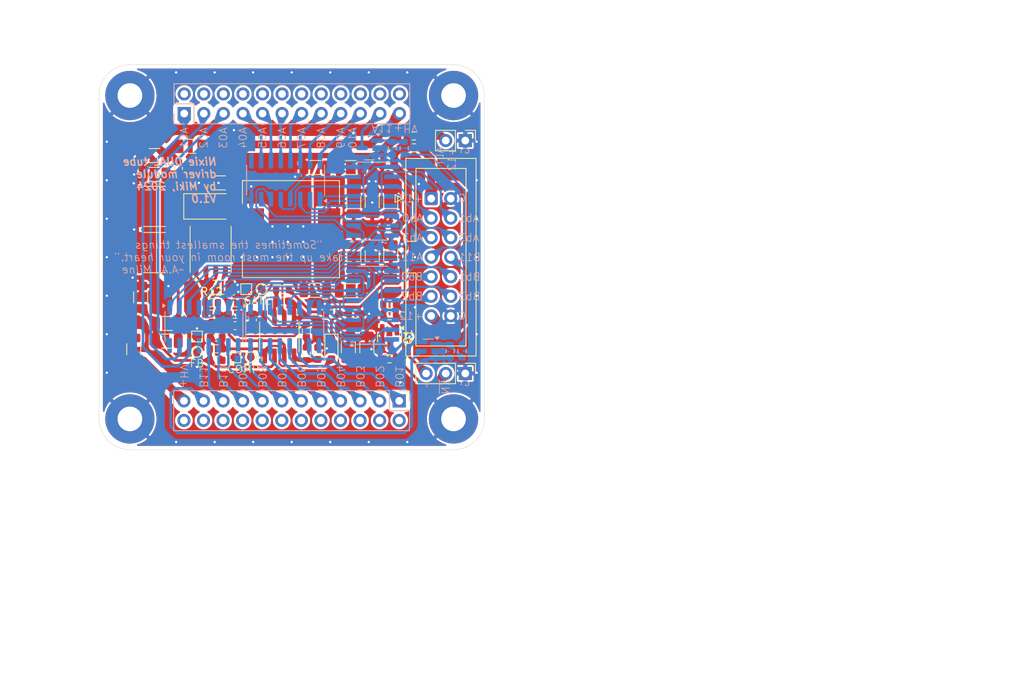
<source format=kicad_pcb>
(kicad_pcb (version 20240108) (generator "pcbnew") (generator_version "8.0")
  (title_block (title "Nixie DUAL tube driver module") (date "2024-12-29") (rev "1.0") (company "by Miki"))
  (layers (0 "F.Cu" mixed) (1 "In1.Cu" power) (2 "In2.Cu" power) (3 "In3.Cu" power) (4 "In4.Cu" power) (31 "B.Cu" mixed) (34 "B.Paste" user) (35 "F.Paste" user) (36 "B.SilkS" user "B.Silkscreen") (37 "F.SilkS" user "F.Silkscreen") (38 "B.Mask" user) (39 "F.Mask" user) (44 "Edge.Cuts" user))
  (net 0 "")
  (net 1 "VIN")
  (net 2 "GND")
  (net 3 "VREF")
  (net 4 "Net-(D1-K)")
  (net 5 "Net-(D2-K)")
  (net 6 "VCC")
  (net 7 "Net-(D1-A)")
  (net 8 "/FB")
  (net 9 "Net-(U1-VCC)")
  (net 10 "B+")
  (net 11 "Net-(U1-CS)")
  (net 12 "Net-(U1-RC)")
  (net 13 "Net-(D2-A)")
  (net 14 "Net-(C20-Pad2)")
  (net 15 "/OutTransistorArray/Cath_A03")
  (net 16 "/OutTransistorArray/Cath_A02")
  (net 17 "/OutTransistorArray/Cath_A09")
  (net 18 "/OutTransistorArray/Cath_A08")
  (net 19 "Net-(J1-Pin_2)")
  (net 20 "/OutTransistorArray/Cath_A06")
  (net 21 "/OutTransistorArray/Cath_A10")
  (net 22 "/OutTransistorArray/Cath_A01")
  (net 23 "/OutTransistorArray/Cath_A04")
  (net 24 "/OutTransistorArray/Cath_A07")
  (net 25 "/OutTransistorArray/Cath_A05")
  (net 26 "/OutTransistorArray/Cath_B01")
  (net 27 "/OutTransistorArray/Cath_B10")
  (net 28 "/OutTransistorArray/Cath_B04")
  (net 29 "/OutTransistorArray/Cath_B05")
  (net 30 "/A11")
  (net 31 "/OutTransistorArray/Cath_B06")
  (net 32 "/OutTransistorArray/Cath_B08")
  (net 33 "/OutTransistorArray/Cath_B07")
  (net 34 "/OutTransistorArray/Cath_B09")
  (net 35 "/OutTransistorArray/Cath_B03")
  (net 36 "/OutTransistorArray/Cath_B02")
  (net 37 "/B11")
  (net 38 "/~{ENABLE}")
  (net 39 "/OutTransistorArray/Cath_A11")
  (net 40 "Net-(J2-Pin_1)")
  (net 41 "/Net-(J19-Pin_23)")
  (net 42 "Net-(Q2-G)")
  (net 43 "/ISENSE")
  (net 44 "/OutTransistorArray/Cath_B11")
  (net 45 "/Net-(J20-Pin_23)")
  (net 46 "/GATE_SIG")
  (net 47 "/DemultiplexerArray/A04")
  (net 48 "Net-(Q1-G)")
  (net 49 "/DemultiplexerArray/A06")
  (net 50 "/DemultiplexerArray/A07")
  (net 51 "/DemultiplexerArray/A03")
  (net 52 "/DemultiplexerArray/A01")
  (net 53 "/DemultiplexerArray/A02")
  (net 54 "/DemultiplexerArray/A05")
  (net 55 "/DemultiplexerArray/B01")
  (net 56 "/DemultiplexerArray/A09")
  (net 57 "/DemultiplexerArray/B03")
  (net 58 "/DemultiplexerArray/A10")
  (net 60 "/DemultiplexerArray/B02")
  (net 61 "/DemultiplexerArray/A08")
  (net 62 "/DemultiplexerArray/B06")
  (net 63 "/DemultiplexerArray/B04")
  (net 64 "/DemultiplexerArray/B05")
  (net 65 "/DemultiplexerArray/B08")
  (net 66 "/DemultiplexerArray/B09")
  (net 67 "/DemultiplexerArray/B10")
  (net 68 "/DemultiplexerArray/B07")
  (net 69 "/OutTransistorArray/Net-(Q5-G)")
  (net 70 "/A_bit3")
  (net 71 "/A_bit2")
  (net 72 "/B_bit0")
  (net 73 "/B_bit1")
  (net 74 "/A_bit1")
  (net 75 "/B_bit2")
  (net 76 "/B_bit3")
  (net 77 "/A_bit0")
  (net 78 "/OutTransistorArray/Net-(Q6-G)")
  (net 80 "/OutTransistorArray/unconnected-(U7-I4-Pad4)")
  (net 81 "/OutTransistorArray/unconnected-(U7-O4-Pad13)")
  (net 82 "/OutTransistorArray/unconnected-(U7-COM-Pad9)")
  (net 83 "/OutTransistorArray/unconnected-(U1-COM-Pad9)")
  (net 84 "/OutTransistorArray/unconnected-(U2-COM-Pad9)")
  (net 107 "Net-(Q1-D)")
  (net 108 "Net-(R14-Pad2)")
  (footprint "Capacitor_SMD:C_2220_5750Metric" (layer "F.Cu") (at 57.2 74.4 180)
    (property "Reference" "C2" (hide yes))
    (property "Value" "1u 250V")
  )
  (footprint "Connector_PinHeader_2.54mm:PinHeader_1x03_P2.54mm_Vertical" (layer "F.Cu") (at 97.525 90.1 -90)
    (property "Reference" "J3" (hide yes))
    (property "Value" "~{EN}")
  )
  (footprint "Resistor_SMD:R_0603_1608Metric" (layer "F.Cu") (at 80.25 82.35 180)
    (property "Reference" "R6" (hide yes))
    (property "Value" "4k7")
  )
  (footprint "TestPoint:TestPoint_Pad_D1.0mm" (layer "F.Cu") (at 69.7 88 -90)
    (property "Reference" "TP6" (hide yes))
    (property "Value" "TP_COMP" (hide yes))
  )
  (footprint "TestPoint:TestPoint_Pad_1.0x1.0mm" (layer "F.Cu") (at 67.7 88 -90)
    (property "Reference" "TP8" (hide yes))
    (property "Value" "TP_GND" (hide yes))
  )
  (footprint "Resistor_SMD:R_0603_1608Metric" (layer "F.Cu") (at 76.9 84.55 90)
    (property "Reference" "R15" (hide yes))
    (property "Value" "0")
  )
  (footprint "Resistor_SMD:R_0603_1608Metric" (layer "F.Cu") (at 76.9 87.55 90)
    (property "Reference" "R14" (hide yes))
    (property "Value" "41.2k")
  )
  (footprint "Capacitor_SMD:C_1206_3216Metric" (layer "F.Cu") (at 83.05 67.85 90)
    (property "Reference" "C22" (hide yes))
    (property "Value" "10u 50V")
  )
  (footprint "Resistor_SMD:R_0603_1608Metric" (layer "F.Cu") (at 73.8 79.2)
    (property "Reference" "R13" (hide yes))
    (property "Value" "0")
  )
  (footprint "Capacitor_SMD:C_2220_5750Metric" (layer "F.Cu") (at 57.2 68.4 180)
    (property "Reference" "C5" (hide yes))
    (property "Value" "1u 250V")
  )
  (footprint "Inductor_SMD:L_0603_1608Metric" (layer "F.Cu") (at 87.55 71.35)
    (property "Reference" "FB2" (hide yes))
    (property "Value" "60R@100MHz")
  )
  (footprint "Capacitor_SMD:C_1206_3216Metric" (layer "F.Cu") (at 57.2 64.25 180)
    (property "Reference" "C4" (hide yes))
    (property "Value" "100n 250V")
  )
  (footprint "TestPoint:TestPoint_Pad_D1.0mm" (layer "F.Cu") (at 71.1 79.15 180)
    (property "Reference" "TP3" (hide yes))
    (property "Value" "TP_GATE" (hide yes))
  )
  (footprint "Capacitor_SMD:C_0603_1608Metric" (layer "F.Cu") (at 87.525 63.1 180)
    (property "Reference" "C7" (hide yes))
    (property "Value" "10u 16V")
  )
  (footprint "Diode_SMD:D_SMA" (layer "F.Cu") (at 64.5 68.4)
    (property "Reference" "D1" (hide yes))
    (property "Value" "ES1D")
  )
  (footprint "Capacitor_SMD:C_0603_1608Metric" (layer "F.Cu") (at 87.525 61.6 180)
    (property "Reference" "C9" (hide yes))
    (property "Value" "100n")
  )
  (footprint "Capacitor_SMD:C_1206_3216Metric" (layer "F.Cu") (at 58.8 85.9 180)
    (property "Reference" "C3" (hide yes))
    (property "Value" "100p 250V")
  )
  (footprint "Resistor_SMD:R_1206_3216Metric" (layer "F.Cu") (at 54.5 86.95 -90)
    (property "Reference" "R4" (hide yes))
    (property "Value" "8.66k")
  )
  (footprint "Resistor_SMD:R_0603_1608Metric" (layer "F.Cu") (at 90.85 59.25 180)
    (property "Reference" "R21" (hide yes))
    (property "Value" "0")
  )
  (footprint "Resistor_SMD:R_1206_3216Metric" (layer "F.Cu") (at 55.4 80.2 -90)
    (property "Reference" "R3" (hide yes))
    (property "Value" "7.68k, 1%")
  )
  (footprint "Connector_IDC:IDC-Header_2x07_P2.54mm_Vertical" (layer "F.Cu") (at 93.0975 67.38)
    (property "Reference" "J2" (hide yes))
    (property "Value" "BCD_IN")
  )
  (footprint "Diode_SMD:D_SOD-323_HandSoldering" (layer "F.Cu") (at 80.15 87 -90)
    (property "Reference" "D2" (hide yes))
    (property "Value" "BAT54WS-TP")
  )
  (footprint "Capacitor_SMD:C_0603_1608Metric" (layer "F.Cu") (at 69.9 83.15 -90)
    (property "Reference" "C23" (hide yes))
    (property "Value" "100n")
  )
  (footprint "TestPoint:TestPoint_Pad_1.0x1.0mm" (layer "F.Cu") (at 62.7 85.3 90)
    (property "Reference" "TP2" (hide yes))
    (property "Value" "TP_GND" (hide yes))
  )
  (footprint "TestPoint:TestPoint_Pad_D1.0mm" (layer "F.Cu") (at 62.7 87.3 90)
    (property "Reference" "TP1" (hide yes))
    (property "Value" "TP_FB" (hide yes))
  )
  (footprint "MountingHole:MountingHole_3.2mm_M3_Pad" (layer "F.Cu") (at 54 54 90)
    (property "Reference" "H1" (hide yes))
    (property "Value" "MountingHole_Pad")
  )
  (footprint "Resistor_SMD:R_0603_1608Metric" (layer "F.Cu") (at 87.7 82.6)
    (property "Reference" "R16" (hide yes))
    (property "Value" "1k")
  )
  (footprint "Capacitor_SMD:C_1206_3216Metric" (layer "F.Cu") (at 82.35 86.7 90)
    (property "Reference" "C21" (hide yes))
    (property "Value" "10u 50V")
  )
  (footprint "Capacitor_SMD:C_1206_3216Metric" (layer "F.Cu") (at 85.45 67.85 90)
    (property "Reference" "C24" (hide yes))
    (property "Value" "10u 50V")
  )
  (footprint "TestPoint:TestPoint_Pad_1.0x1.0mm" (layer "F.Cu") (at 69.1 79.15 180)
    (property "Reference" "TP5" (hide yes))
    (property "Value" "TP_GND" (hide yes))
  )
  (footprint "Connector_PinHeader_2.54mm:PinHeader_1x02_P2.54mm_Vertical" (layer "F.Cu") (at 97.525 59.85 -90)
    (property "Reference" "J1" (hide yes))
    (property "Value" "Vin_ALT")
  )
  (footprint "Resistor_SMD:R_1206_3216Metric" (layer "F.Cu") (at 65.5 78.9)
    (property "Reference" "R17" (hide yes))
    (property "Value" "0R1, 1W")
  )
  (footprint "Inductor_SMD:L_0603_1608Metric" (layer "F.Cu") (at 60.3 63.45 -90)
    (property "Reference" "FB1" (hide yes))
    (property "Value" "60R@100MHz")
  )
  (footprint "MountingHole:MountingHole_3.2mm_M3_Pad" (layer "F.Cu") (at 54 96 90)
    (property "Reference" "H2" (hide yes))
    (property "Value" "MountingHole_Pad")
  )
  (footprint "Inductor_SMD:L_12x12mm_H8mm" (layer "F.Cu") (at 74.9 71.35 180)
    (property "Reference" "L1" (hide yes))
    (property "Value" "330u")
  )
  (footprint "Capacitor_SMD:C_1206_3216Metric" (layer "F.Cu") (at 82.65 79.35)
    (property "Reference" "C25" (hide yes))
    (property "Value" "10u 50V")
  )
  (footprint "Resistor_SMD:R_0603_1608Metric" (layer "F.Cu") (at 67.65 80.9)
    (property "Reference" "R18" (hide yes))
    (property "Value" "10R")
  )
  (footprint "Resistor_SMD:R_0603_1608Metric" (layer "F.Cu") (at 87.7 88.2)
    (property "Reference" "R19" (hide yes))
    (property "Value" "24R")
  )
  (footprint "Resistor_SMD:R_0603_1608Metric" (layer "F.Cu") (at 87.7 81.1)
    (property "Reference" "R8" (hide yes))
    (property "Value" "100k")
  )
  (footprint "Capacitor_SMD:C_1206_3216Metric" (layer "F.Cu") (at 82.65 63.35)
    (property "Reference" "C6" (hide yes))
    (property "Value" "10u 50V")
  )
  (footprint "Resistor_SMD:R_1206_3216Metric" (layer "F.Cu") (at 58.8 83.6)
    (property "Reference" "R2" (hide yes))
    (property "Value" "523k, 1%")
  )
  (footprint "Package_TO_SOT_SMD:SOT-23" (layer "F.Cu") (at 87.7 85.3625 -90)
    (property "Reference" "Q1")
    (property "Value" "BSS131H6327XTSA1")
  )
  (footprint "Capacitor_SMD:C_1206_3216Metric" (layer "F.Cu") (at 65.7 65.35 180)
    (property "Reference" "C10" (hide yes))
    (property "Value" "560p 250V")
  )
  (footprint "Capacitor_SMD:C_1206_3216Metric" (layer "F.Cu") (at 87.85 74.85 -90)
    (property "Reference" "C11" (hide yes))
    (property "Value" "10u 50V")
  )
  (footprint "Resistor_SMD:R_0603_1608Metric" (layer "F.Cu") (at 65.2 86.9)
    (property "Reference" "R7" (hide yes))
    (property "Value" "0")
  )
  (footprint "Capacitor_SMD:C_0603_1608Metric" (layer "F.Cu") (at 67.65 83.9)
    (property "Reference" "C12" (hide yes))
    (property "Value" "1n")
  )
  (footprint "Capacitor_SMD:C_1206_3216Metric" (layer "F.Cu") (at 78.05 79.3 180)
    (property "Reference" "C13" (hide yes))
    (property "Value" "10u 50V")
  )
  (footprint "Resistor_SMD:R_1206_3216Metric" (layer "F.Cu") (at 61.85 60.6)
    (property "Reference" "R1" (hide yes))
    (property "Value" "8.66k")
  )
  (footprint "MountingHole:MountingHole_3.2mm_M3_Pad" (layer "F.Cu") (at 96 54 90)
    (property "Reference" "H3" (hide yes))
    (property "Value" "MountingHole_Pad")
  )
  (footprint "Resistor_SMD:R_0603_1608Metric" (layer "F.Cu") (at 90.875 60.8 180)
    (property "Reference" "R20" (hide yes))
    (property "Value" "0")
  )
  (footprint "Capacitor_SMD:C_1206_3216Metric" (layer "F.Cu") (at 85.45 74.85 -90)
    (property "Reference" "C14" (hide yes))
    (property "Value" "10u 50V")
  )
  (footprint "Package_SO:SOIC-8_3.9x4.9mm_P1.27mm" (layer "F.Cu") (at 73.4 85.35 90)
    (property "Reference" "U1" (hide yes))
    (property "Value" "UCC3800")
  )
  (footprint "Resistor_SMD:R_0603_1608Metric" (layer "F.Cu") (at 64.6 80.9)
    (property "Reference" "R12")
    (property "Value" "390k 1%")
  )
  (footprint "Capacitor_SMD:C_0603_1608Metric" (layer "F.Cu") (at 78.4 87.5 90)
    (property "Reference" "C15" (hide yes))
    (property "Value" "330p")
  )
  (footprint "Capacitor_SMD:C_1206_3216Metric" (layer "F.Cu") (at 87.85 67.85 90)
    (property "Reference" "C16" (hide yes))
    (property "Value" "10u 50V")
  )
  (footprint "Resistor_SMD:R_0603_1608Metric" (layer "F.Cu") (at 67.65 82.4)
    (property "Reference" "R5" (hide yes))
    (property "Value" "4.12k 1%")
  )
  (footprint "Resistor_SMD:R_0603_1608Metric" (layer "F.Cu") (at 65.2 88.4)
    (property "Reference" "R9" (hide yes))
    (property "Value" "0")
  )
  (footprint "Resistor_SMD:R_0603_1608Metric" (layer "F.Cu") (at 64.6 82.4)
    (property "Reference" "R10" (hide yes))
    (property "Value" "1k 1%")
  )
  (footprint "Capacitor_SMD:C_0603_1608Metric" (layer "F.Cu") (at 73.8 80.7)
    (property "Reference" "C17" (hide yes))
    (property "Value" "100n")
  )
  (footprint "Resistor_SMD:R_0603_1608Metric" (layer "F.Cu") (at 83.25 82.35 180)
    (property "Reference" "R11" (hide yes))
    (property "Value" "220k")
  )
  (footprint "Capacitor_SMD:C_1206_3216Metric" (layer "F.Cu") (at 84.75 86.7 90)
    (property "Reference" "C18" (hide yes))
    (property "Value" "10u 50V")
  )
  (footprint "Capacitor_SMD:C_1206_3216Metric" (layer "F.Cu") (at 57.2 61.8 180)
    (property "Reference" "C1" (hide yes))
    (property "Value" "100n 250V")
  )
  (footprint "MountingHole:MountingHole_3.2mm_M3_Pad" (layer "F.Cu") (at 96 96 90)
    (property "Reference" "H4" (hide yes))
    (property "Value" "MountingHole_Pad")
  )
  (footprint "Package_SON:Infineon_PG-TDSON-8_6.15x5.15mm" (layer "F.Cu") (at 64.5 73.975 90)
    (property "Reference" "Q2" (hide yes))
    (property "Value" "BSC900N20NS3 G")
  )
  (footprint "Capacitor_SMD:C_1206_3216Metric" (layer "F.Cu") (at 83.05 74.85 -90)
    (property "Reference" "C19" (hide yes))
    (property "Value" "10u 50V")
  )
  (footprint "Capacitor_SMD:C_1206_3216Metric" (layer "F.Cu") (at 78.05 63.35 180)
    (property "Reference" "C8" (hide yes))
    (property "Value" "10u 50V")
  )
  (footprint "Capacitor_SMD:C_0603_1608Metric" (layer "F.Cu") (at 65.2 85.4 180)
    (property "Reference" "C20" (hide yes))
    (property "Value" "220p")
  )
  (footprint "Package_SO:SOIC-16_3.9x9.9mm_P1.27mm" (layer "B.Cu") (at 63.6 84 -90)
    (property "Reference" "U2" (hide yes))
    (property "Value" "SN75468")
  )
  (footprint "Package_TO_SOT_SMD:SOT-23" (layer "B.Cu") (at 85.0625 60.8 180)
    (property "Reference" "Q4" (hide yes))
    (property "Value" "BSS131H6327XTSA1")
  )
  (footprint "Capacitor_SMD:C_0603_1608Metric" (layer "B.Cu") (at 87.2 73.684 180)
    (property "Reference" "C26" (hide yes))
    (property "Value" "100n")
  )
  (footprint "Package_TO_SOT_SMD:SOT-23" (layer "B.Cu") (at 92.7125 87.2 180)
    (property "Reference" "Q3" (hide yes))
    (property "Value" "BSS131H6327XTSA1")
  )
  (footprint "Resistor_SMD:R_0603_1608Metric" (layer "B.Cu") (at 97.1125 87.2 90)
    (property "Reference" "R23" (hide yes))
    (property "Value" "1k")
  )
  (footprint "Package_SO:SOIC-16_3.9x9.9mm_P1.27mm" (layer "B.Cu") (at 74.205 64.981 90)
    (property "Reference" "U3" (hide yes))
    (property "Value" "SN75468")
  )
  (footprint "Package_SO:SOIC-16_3.9x9.9mm_P1.27mm" (layer "B.Cu") (at 74.1 84 -90)
    (property "Reference" "U4" (hide yes))
    (property "Value" "SN75468")
  )
  (footprint "Connector_PinSocket_2.54mm:PinSocket_2x12_P2.54mm_Vertical" (layer "B.Cu") (at 61.05 56.34 -90)
    (property "Reference" "J5" (hide yes))
    (property "Value" "TubeA")
  )
  (footprint "Connector_PinSocket_2.54mm:PinSocket_2x12_P2.54mm_Vertical" (layer "B.Cu") (at 88.95 93.66 90)
    (property "Reference" "J4" (hide yes))
    (property "Value" "TubeB")
  )
  (footprint "Package_SO:SOIC-16_3.9x9.9mm_P1.27mm" (layer "B.Cu") (at 85.5 81.231)
    (property "Reference" "U5" (hide yes))
    (property "Value" "4028")
  )
  (footprint "Capacitor_SMD:C_0603_1608Metric" (layer "B.Cu") (at 87.2 87.2 180)
    (property "Reference" "C27" (hide yes))
    (property "Value" "100n")
  )
  (footprint "Resistor_SMD:R_0603_1608Metric" (layer "B.Cu") (at 89.6 60.85 -90)
    (property "Reference" "R22" (hide yes))
    (property "Value" "1k")
  )
  (footprint "Resistor_SMD:R_0603_1608Metric" (layer "B.Cu") (at 88.05 60.85 90)
    (property "Reference" "R25" (hide yes))
    (property "Value" "100k")
  )
  (footprint "Resistor_SMD:R_0603_1608Metric" (layer "B.Cu") (at 95.5625 87.2 90)
    (property "Reference" "R24" (hide yes))
    (property "Value" "100k")
  )
  (footprint "Package_SO:SOIC-16_3.9x9.9mm_P1.27mm" (layer "B.Cu") (at 85.5 67.715)
    (property "Reference" "U6" (hide yes))
    (property "Value" "4028")
  )
  (gr_arc (start 54 100) (mid 51.171573 98.828427) (end 50 96) (stroke (width 0.05)) (layer "Edge.Cuts"))
  (gr_arc (start 50 54) (mid 51.171573 51.171573) (end 54 50) (stroke (width 0.05)) (layer "Edge.Cuts"))
  (gr_arc (start 100 96) (mid 98.828427 98.828427) (end 96 100) (stroke (width 0.05)) (layer "Edge.Cuts"))
  (gr_line (start 100 96) (end 100 54) (stroke (width 0.05)) (layer "Edge.Cuts"))
  (gr_arc (start 96 50) (mid 98.828427 51.171573) (end 100 54) (stroke (width 0.05)) (layer "Edge.Cuts"))
  (gr_line (start 96 50) (end 54 50) (stroke (width 0.05)) (layer "Edge.Cuts"))
  (gr_line (start 50 54) (end 50 96) (stroke (width 0.05)) (layer "Edge.Cuts"))
  (gr_line (start 54 100) (end 96 100) (stroke (width 0.05)) (layer "Edge.Cuts"))
  (gr_text "B11" (at 96.55 75 0) (layer "B.SilkS") (effects (font (size 1 1) (thickness 0.1)) (justify right mirror)))
  (gr_text "A08" (at 78.83 59.5 90) (layer "B.SilkS") (effects (font (size 1 1) (thickness 0.1)) (justify mirror)))
  (gr_text "G" (at 96.563207 82.600707 0) (layer "B.SilkS") (effects (font (size 1 1) (thickness 0.1)) (justify right mirror)))
  (gr_text "B09" (at 68.63 90.5 270) (layer "B.SilkS") (effects (font (size 1 1) (thickness 0.1)) (justify mirror)))
  (gr_text "ALT\n+12" (at 94.984293 60.6 90) (layer "B.SilkS") (effects (font (size 1 1) (thickness 0.1)) (justify left mirror)))
  (gr_text "B05" (at 78.79 90.5 270) (layer "B.SilkS") (effects (font (size 1 1) (thickness 0.1)) (justify mirror)))
  (gr_text "G" (at 97.525 60.600707 90) (layer "B.SilkS") (effects (font (size 1 1) (thickness 0.1)) (justify left mirror)))
  (gr_text "Bb1" (at 96.551414 77.541414 0) (layer "B.SilkS") (effects (font (size 1 1) (thickness 0.1)) (justify right mirror)))
  (gr_text "+HV" (at 61 90.45 -90) (layer "B.SilkS") (effects (font (size 1 1) (thickness 0.1)) (justify mirror)))
  (gr_text "Ab1" (at 96.551414 69.921414 0) (layer "B.SilkS") (effects (font (size 1 1) (thickness 0.1)) (justify right mirror)))
  (gr_text "A07" (at 76.29 59.5 90) (layer "B.SilkS") (effects (font (size 1 1) (thickness 0.1)) (justify mirror)))
  (gr_text "Bb3" (at 96.551414 80.081414 0) (layer "B.SilkS") (effects (font (size 1 1) (thickness 0.1)) (justify right mirror)))
  (gr_text "~{EN}" (at 94.985707 90.8 90) (layer "B.SilkS") (effects (font (size 1 1) (thickness 0.1)) (justify left mirror)))
  (gr_text "B11" (at 63.55 90.5 270) (layer "B.SilkS") (effects (font (size 1 1) (thickness 0.1)) (justify mirror)))
  (gr_text "Ab0" (at 92.101414 69.9 0) (layer "B.SilkS") (effects (font (size 1 1) (thickness 0.1)) (justify left mirror)))
  (gr_text "A04" (at 68.67 59.5 90) (layer "B.SilkS") (effects (font (size 1 1) (thickness 0.1)) (justify mirror)))
  (gr_text "Nixie DUAL tube\ndriver module\nby Miki, 2024\nV1.0" (at 65.4 65 0) (layer "B.SilkS") (effects (font (size 1 1) (thickness 0.2) (bold yes) (italic yes)) (justify left mirror)))
  (gr_text "B02" (at 86.41 90.5 270) (layer "B.SilkS") (effects (font (size 1 1) (thickness 0.1)) (justify mirror)))
  (gr_text "A11" (at 92.1 74.978586 0) (layer "B.SilkS") (effects (font (size 1 1) (thickness 0.1)) (justify left mirror)))
  (gr_text "Bb2" (at 92.101414 80.06 0) (layer "B.SilkS") (effects (font (size 1 1) (thickness 0.1)) (justify left mirror)))
  (gr_text "B08" (at 71.17 90.5 270) (layer "B.SilkS") (effects (font (size 1 1) (thickness 0.1)) (justify mirror)))
  (gr_text "+" (at 92.45 90.8 90) (layer "B.SilkS") (effects (font (size 1 1) (thickness 0.1)) (justify left mirror)))
  (gr_text "Ab3" (at 96.551414 72.461414 0) (layer "B.SilkS") (effects (font (size 1 1) (thickness 0.1)) (justify right mirror)))
  (gr_text "G" (at 97.525 90.8 90) (layer "B.SilkS") (effects (font (size 1 1) (thickness 0.1)) (justify left mirror)))
  (gr_text "A03" (at 66.13 59.5 90) (layer "B.SilkS") (effects (font (size 1 1) (thickness 0.1)) (justify mirror)))
  (gr_text "Ab2" (at 92.101414 72.44 0) (layer "B.SilkS") (effects (font (size 1 1) (thickness 0.1)) (justify left mirror)))
  (gr_text "B04" (at 81.33 90.5 270) (layer "B.SilkS") (effects (font (size 1 1) (thickness 0.1)) (justify mirror)))
  (gr_text "A02" (at 63.59 59.5 90) (layer "B.SilkS") (effects (font (size 1 1) (thickness 0.1)) (justify mirror)))
  (gr_text "A06" (at 73.75 59.5 90) (layer "B.SilkS") (effects (font (size 1 1) (thickness 0.1)) (justify mirror)))
  (gr_text "B06" (at 76.25 90.5 270) (layer "B.SilkS") (effects (font (size 1 1) (thickness 0.1)) (justify mirror)))
  (gr_text "{dblquote}Sometimes the smallest things\ntake up the most room in your heart.{dblquote}\n					~A.A. Milne" (at 66.9 75 0) (layer "B.SilkS") (effects (font (size 1 1) (thickness 0.1) (italic yes)) (justify mirror)))
  (gr_text "Bb0" (at 92.101414 77.52 0) (layer "B.SilkS") (effects (font (size 1 1) (thickness 0.1)) (justify left mirror)))
  (gr_text "B10" (at 66.1 90.5 270) (layer "B.SilkS") (effects (font (size 1 1) (thickness 0.1)) (justify mirror)))
  (gr_text "B01" (at 88.95 90.5 270) (layer "B.SilkS") (effects (font (size 1 1) (thickness 0.1)) (justify mirror)))
  (gr_text "A05" (at 71.21 59.5 90) (layer "B.SilkS") (effects (font (size 1 1) (thickness 0.1)) (justify mirror)))
  (gr_text "+12" (at 92.113207 82.629293 0) (layer "B.SilkS") (effects (font (size 1 1) (thickness 0.1)) (justify left mirror)))
  (gr_text "A10" (at 82.9 59.5 90) (layer "B.SilkS") (effects (font (size 1 1) (thickness 0.1)) (justify mirror)))
  (gr_text "G" (at 96.563207 67.350707 0) (layer "B.SilkS") (effects (font (size 1 1) (thickness 0.1)) (justify right mirror)))
  (gr_text "B03" (at 83.87 90.5 270) (layer "B.SilkS") (effects (font (size 1 1) (thickness 0.1)) (justify mirror)))
  (gr_text "+12" (at 92.113207 67.379293 0) (layer "B.SilkS") (effects (font (size 1 1) (thickness 0.1)) (justify left mirror)))
  (gr_text "A09" (at 81.37 59.5 90) (layer "B.SilkS") (effects (font (size 1 1) (thickness 0.1)) (justify mirror)))
  (gr_text "B07" (at 73.71 90.5 270) (layer "B.SilkS") (effects (font (size 1 1) (thickness 0.1)) (justify mirror)))
  (gr_text "A01" (at 61.05 59.5 90) (layer "B.SilkS") (effects (font (size 1 1) (thickness 0.1)) (justify mirror)))
  (gr_text "A11" (at 86.75 58.3 180) (layer "B.SilkS") (effects (font (size 1 1) (thickness 0.1)) (justify mirror)))
  (gr_text "+HV" (at 89.8 58.3 180) (layer "B.SilkS") (effects (font (size 1 1) (thickness 0.1)) (justify mirror)))
  (gr_text "FB" (at 62.7 88.8 0) (layer "F.SilkS") (effects (font (size 1 1) (thickness 0.1))))
  (gr_text "COMP" (at 66.55 89.55 0) (layer "F.SilkS") (effects (font (size 1 1) (thickness 0.1)) (justify left)))
  (gr_text "GATE" (at 68.7 80.65 0) (layer "F.SilkS") (effects (font (size 1 1) (thickness 0.1)) (justify left)))
  (segment (start 90.288917 87.943917) (end 90.288917 85.311087) (width 0.35) (layer "F.Cu") (net 1))
  (segment (start 92.445 90.1) (end 90.288917 87.943917) (width 0.35) (layer "F.Cu") (net 1))
  (segment (start 90.087499 64.887499) (end 90.087499 69.600001) (width 1) (layer "F.Cu") (net 1))
  (segment (start 90.288917 82.863917) (end 90.288917 85.311087) (width 0.35) (layer "F.Cu") (net 1))
  (segment (start 90.05 60.8) (end 89.1 60.8) (width 1) (layer "F.Cu") (net 1))
  (segment (start 89.7 79.925) (end 88.525 81.1) (width 0.35) (layer "F.Cu") (net 1))
  (segment (start 89.1 60.8) (end 88.3 61.6) (width 1) (layer "F.Cu") (net 1))
  (segment (start 89.7 73.7) (end 89.7 79.925) (width 0.35) (layer "F.Cu") (net 1))
  (segment (start 90.025 59.25) (end 90.025 60.775) (width 1) (layer "F.Cu") (net 1))
  (segment (start 89.3 73.3) (end 89.3 72.3125) (width 0.35) (layer "F.Cu") (net 1))
  (segment (start 88.3 63.1) (end 90.087499 64.887499) (width 1) (layer "F.Cu") (net 1))
  (segment (start 90.025 60.775) (end 90.05 60.8) (width 1) (layer "F.Cu") (net 1))
  (segment (start 89.3 72.3125) (end 88.3375 71.35) (width 0.35) (layer "F.Cu") (net 1))
  (segment (start 90.087499 69.600001) (end 88.3375 71.35) (width 1) (layer "F.Cu") (net 1))
  (segment (start 88.525 81.1) (end 90.288917 82.863917) (width 0.35) (layer "F.Cu") (net 1))
  (segment (start 88.3 61.6) (end 88.3 63.1) (width 1) (layer "F.Cu") (net 1))
  (segment (start 89.3 73.3) (end 89.7 73.7) (width 0.35) (layer "F.Cu") (net 1))
  (via (at 90.288917 85.311087) (size 0.7) (drill 0.3) (layers "F.Cu" "B.Cu") (net 1))
  (via (at 89.3 73.3) (size 0.7) (drill 0.3) (layers "F.Cu" "B.Cu") (net 1))
  (segment (start 88.400004 87.2) (end 90.288917 85.311087) (width 0.35) (layer "B.Cu") (net 1))
  (segment (start 87.975 87.2) (end 87.975 85.676) (width 0.35) (layer "B.Cu") (net 1))
  (segment (start 87.975 72.16) (end 87.975 73.684) (width 0.35) (layer "B.Cu") (net 1))
  (segment (start 87.975 73.684) (end 88.916 73.684) (width 0.35) (layer "B.Cu") (net 1))
  (segment (start 88.916 73.684) (end 89.3 73.3) (width 0.35) (layer "B.Cu") (net 1))
  (segment (start 87.975 87.2) (end 88.400004 87.2) (width 0.35) (layer "B.Cu") (net 1))
  (segment (start 69.15 83.9) (end 69.15 83.45) (width 0.35) (layer "F.Cu") (net 2))
  (segment (start 54.575 65.4) (end 55.725 64.25) (width 1) (layer "F.Cu") (net 2))
  (segment (start 85.017455 77.490302) (end 84.215302 77.490302) (width 0.35) (layer "F.Cu") (net 2))
  (segment (start 68.425 83.9) (end 69.15 83.9) (width 0.35) (layer "F.Cu") (net 2))
  (segment (start 84.275008 65.149992) (end 85.05 65.149992) (width 0.35) (layer "F.Cu") (net 2))
  (segment (start 54.5 65.4) (end 54.575 65.4) (width 1) (layer "F.Cu") (net 2))
  (segment (start 54.65 74.35) (end 54.65 71.5) (width 1) (layer "F.Cu") (net 2))
  (segment (start 54.65 71.5) (end 54.55 71.4) (width 1) (layer "F.Cu") (net 2))
  (segment (start 69.15 83.45) (end 69.199014 83.400986) (width 0.35) (layer "F.Cu") (net 2))
  (segment (start 69.9 83.925) (end 70.823382 83.925) (width 0.35) (layer "F.Cu") (net 2))
  (segment (start 83.05 76.325) (end 83.656702 76.325) (width 0.35) (layer "F.Cu") (net 2))
  (segment (start 85.45 77.057757) (end 85.017455 77.490302) (width 0.35) (layer "F.Cu") (net 2))
  (segment (start 75.305 83.326618) (end 75.305 82.875) (width 0.35) (layer "F.Cu") (net 2))
  (segment (start 55.725 64.25) (end 55.725 61.9) (width 1) (layer "F.Cu") (net 2))
  (segment (start 85.45 65.549992) (end 85.05 65.149992) (width 0.35) (layer "F.Cu") (net 2))
  (segment (start 74.406618 84.225) (end 75.305 83.326618) (width 0.35) (layer "F.Cu") (net 2))
  (segment (start 87.85 76.325) (end 86.947268 76.325) (width 0.35) (layer "F.Cu") (net 2))
  (segment (start 54.5 65.4) (end 54.65 65.55) (width 1) (layer "F.Cu") (net 2))
  (segment (start 70.823382 83.925) (end 71.123382 84.225) (width 0.35) (layer "F.Cu") (net 2))
  (segment (start 75.305 82.875) (end 75.305 81.23) (width 0.35) (layer "F.Cu") (net 2))
  (segment (start 54.65 65.55) (end 54.65 71.3) (width 1) (layer "F.Cu") (net 2))
  (segment (start 77.525 82.875) (end 75.305 82.875) (width 0.35) (layer "F.Cu") (net 2))
  (segment (start 75.305 81.23) (end 74.775 80.7) (width 0.35) (layer "F.Cu") (net 2))
  (segment (start 69.875 83.95) (end 69.9 83.925) (width 0.35) (layer "F.Cu") (net 2))
  (segment (start 71.123382 84.225) (end 74.406618 84.225) (width 0.35) (layer "F.Cu") (net 2))
  (segment (start 69.15 83.9) (end 69.875 83.9) (width 0.35) (layer "F.Cu") (net 2))
  (segment (start 83.05 66.375) (end 84.275008 65.149992) (width 0.35) (layer "F.Cu") (net 2))
  (segment (start 86.625 65.15) (end 85.95 65.15) (width 0.35) (layer "F.Cu") (net 2))
  (segment (start 67.675 78.9) (end 67.975 78.6) (width 0.35) (layer "F.Cu") (net 2))
  (segment (start 84.215302 77.490302) (end 83.05 76.325) (width 0.35) (layer "F.Cu") (net 2))
  (segment (start 78.4 86.725) (end 78.4 83.75) (width 0.35) (layer "F.Cu") (net 2))
  (segment (start 87.85 66.375) (end 86.625 65.15) (width 0.35) (layer "F.Cu") (net 2))
  (segment (start 66.9625 78.9) (end 67.675 78.9) (width 0.35) (layer "F.Cu") (net 2))
  (segment (start 85.45 76.325) (end 85.45 77.057757) (width 0.35) (layer "F.Cu") (net 2))
  (segment (start 85.45 66.375) (end 85.45 65.549992) (width 0.35) (layer "F.Cu") (net 2))
  (segment (start 54.65 71.3) (end 54.55 71.4) (width 1) (layer "F.Cu") (net 2))
  (segment (start 86.947268 76.325) (end 86.398787 76.873481) (width 0.35) (layer "F.Cu") (net 2))
  (segment (start 69.199014 83.400986) (end 69.199014 83.230746) (width 0.35) (layer "F.Cu") (net 2))
  (segment (start 78.4 83.75) (end 77.525 82.875) (width 0.35) (layer "F.Cu") (net 2))
  (via (at 68.5 88) (size 0.7) (drill 0.3) (layers "F.Cu" "B.Cu") (net 2))
  (via (at 62.7 89.25) (size 0.7) (drill 0.3) (layers "F.Cu" "B.Cu") (net 2))
  (via (at 51 60) (size 0.7) (drill 0.3) (layers "F.Cu" "B.Cu") (net 2))
  (via (at 62.95 65.35) (size 0.7) (drill 0.3) (layers "F.Cu" "B.Cu") (net 2))
  (via (at 72.5 75) (size 0.7) (drill 0.3) (layers "F.Cu" "B.Cu") (net 2))
  (via (at 60 99) (size 0.7) (drill 0.3) (layers "F.Cu" "B.Cu") (net 2))
  (via (at 86.398787 76.873481) (size 0.7) (drill 0.3) (layers "F.Cu" "B.Cu") (net 2))
  (via (at 65 99) (size 0.7) (drill 0.3) (layers "F.Cu" "B.Cu") (net 2))
  (via (at 75.45 64.55) (size 0.7) (drill 0.3) (layers "F.Cu" "B.Cu") (net 2))
  (via (at 80 99) (size 0.7) (drill 0.3) (layers "F.Cu" "B.Cu") (net 2))
  (via (at 99 90) (size 0.7) (drill 0.3) (layers "F.Cu" "B.Cu") (net 2))
  (via (at 70 99) (size 0.7) (drill 0.3) (layers "F.Cu" "B.Cu") (net 2))
  (via (at 85 51) (size 0.7) (drill 0.3) (layers "F.Cu" "B.Cu") (net 2))
  (via (at 85.017455 77.490302) (size 0.7) (drill 0.3) (layers "F.Cu" "B.Cu") (net 2))
  (via (at 74.5 75) (size 0.7) (drill 0.3) (layers "F.Cu" "B.Cu") (net 2))
  (via (at 54.65 61.9) (size 0.7) (drill 0.3) (layers "F.Cu" "B.Cu") (net 2))
  (via (at 54.35 77.65) (size 0.7) (drill 0.3) (layers "F.Cu" "B.Cu") (net 2))
  (via (at 51 75) (size 0.7) (drill 0.3) (layers "F.Cu" "B.Cu") (net 2))
  (via (at 74.5 73) (size 0.7) (drill 0.3) (layers "F.Cu" "B.Cu") (net 2))
  (via (at 99 85) (size 0.7) (drill 0.3) (layers "F.Cu" "B.Cu") (net 2))
  (via (at 60 51) (size 0.7) (drill 0.3) (layers "F.Cu" "B.Cu") (net 2))
  (via (at 76.5 73) (size 0.7) (drill 0.3) (layers "F.Cu" "B.Cu") (net 2))
  (via (at 59 78.75) (size 0.7) (drill 0.3) (layers "F.Cu" "B.Cu") (net 2))
  (via (at 83 58.9) (size 0.7) (drill 0.3) (layers "F.Cu" "B.Cu") (net 2))
  (via (at 69.199014 83.230746) (size 0.7) (drill 0.3) (layers "F.Cu" "B.Cu") (net 2))
  (via (at 75 99) (size 0.7) (drill 0.3) (layers "F.Cu" "B.Cu") (net 2))
  (via (at 85 99) (size 0.7) (drill 0.3) (layers "F.Cu" "B.Cu") (net 2))
  (via (at 76.5 71) (size 0.7) (drill 0.3) (layers "F.Cu" "B.Cu") (net 2))
  (via (at 90 51) (size 0.7) (drill 0.3) (layers "F.Cu" "B.Cu") (net 2))
  (via (at 51 85) (size 0.7) (drill 0.3) (layers "F.Cu" "B.Cu") (net 2))
  (via (at 79.55 86.85) (size 0.7) (drill 0.3) (layers "F.Cu" "B.Cu") (net 2))
  (via (at 85.05 82.35) (size 0.7) (drill 0.3) (layers "F.Cu" "B.Cu") (net 2))
  (via (at 89.1 91.25) (size 0.7) (drill 0.3) (layers "F.Cu" "B.Cu") (net 2))
  (via (at 79.3 81.05) (size 0.7) (drill 0.3) (layers "F.Cu" "B.Cu") (net 2))
  (via (at 54.55 64.25) (size 0.7) (drill 0.3) (layers "F.Cu" "B.Cu") (net 2))
  (via (at 67.975 78.6) (size 0.7) (drill 0.3) (layers "F.Cu" "B.Cu") (net 2))
  (via (at 80 51) (size 0.7) (drill 0.3) (layers "F.Cu" "B.Cu") (net 2))
  (via (at 91 75) (size 0.7) (drill 0.3) (layers "F.Cu" "B.Cu") (net 2))
  (via (at 51 65) (size 0.7) (drill 0.3) (layers "F.Cu" "B.Cu") (net 2))
  (via (at 85.9 65.15) (size 0.7) (drill 0.3) (layers "F.Cu" "B.Cu") (net 2))
  (via (at 85.45 67.9) (size 0.7) (drill 0.3) (layers "F.Cu" "B.Cu") (net 2))
  (via (at 51 80) (size 0.7) (drill 0.3) (layers "F.Cu" "B.Cu") (net 2))
  (via (at 65 51) (size 0.7) (drill 0.3) (layers "F.Cu" "B.Cu") (net 2))
  (via (at 99 75) (size 0.7) (drill 0.3) (layers "F.Cu" "B.Cu") (net 2))
  (via (at 85.45 62.65) (size 0.7) (drill 0.3) (layers "F.Cu" "B.Cu") (net 2))
  (via (at 75 51) (size 0.7) (drill 0.3) (layers "F.Cu" "B.Cu") (net 2))
  (via (at 74.5 71) (size 0.7) (drill 0.3) (layers "F.Cu" "B.Cu") (net 2))
  (via (at 62.7 84.25) (size 0.7) (drill 0.3) (layers "F.Cu" "B.Cu") (net 2))
  (via (at 72.5 71) (size 0.7) (drill 0.3) (layers "F.Cu" "B.Cu") (net 2))
  (via (at 91.5 65.5) (size 0.7) (drill 0.3) (layers "F.Cu" "B.Cu") (net 2))
  (via (at 70 51) (size 0.7) (drill 0.3) (layers "F.Cu" "B.Cu") (net 2))
  (via (at 76.5 75) (size 0.7) (drill 0.3) (layers "F.Cu" "B.Cu") (net 2))
  (via (at 68.5 75) (size 0.7) (drill 0.3) (layers "F.Cu" "B.Cu") (net 2))
  (via (at 54.5 65.4) (size 0.7) (drill 0.3) (layers "F.Cu" "B.Cu") (net 2))
  (via (at 85.35 86.95) (size 0.7) (drill 0.3) (layers "F.Cu" "B.Cu") (net 2))
  (via (at 69.750004 65.8) (size 0.7) (drill 0.3) (layers "F.Cu" "B.Cu") (net 2))
  (via (at 85.05 65.149992) (size 0.7) (drill 0.3) (layers "F.Cu" "B.Cu") (net 2))
  (via (at 67.5 58.5) (size 0.7) (drill 0.3) (layers "F.Cu" "B.Cu") (net 2))
  (via (at 91 81.5) (size 0.7) (drill 0.3) (layers "F.Cu" "B.Cu") (net 2))
  (via (at 51 70) (size 0.7) (drill 0.3) (layers "F.Cu" "B.Cu") (net 2))
  (via (at 51 90) (size 0.7) (drill 0.3) (layers "F.Cu" "B.Cu") (net 2))
  (via (at 90 99) (size 0.7) (drill 0.3) (layers "F.Cu" "B.Cu") (net 2))
  (via (at 68.075 79.5) (size 0.7) (drill 0.3) (layers "F.Cu" "B.Cu") (net 2))
  (via (at 99 80) (size 0.7) (drill 0.3) (layers "F.Cu" "B.Cu") (net 2))
  (via (at 65.5 65.35) (size 0.7) (drill 0.3) (layers "F.Cu" "B.Cu") (net 2))
  (via (at 72.5 73) (size 0.7) (drill 0.3) (layers "F.Cu" "B.Cu") (net 2))
  (via (at 70.5 75) (size 0.7) (drill 0.3) (layers "F.Cu" "B.Cu") (net 2))
  (via (at 86.425 74.575) (size 0.7) (drill 0.3) (layers "F.Cu" "B.Cu") (net 2))
  (via (at 99 60) (size 0.7) (drill 0.3) (layers "F.Cu" "B.Cu") (net 2))
  (via (at 99 70) (size 0.7) (drill 0.3) (layers "F.Cu" "B.Cu") (net 2))
  (via (at 99 65) (size 0.7) (drill 0.3) (layers "F.Cu" "B.Cu") (net 2))
  (via (at 54.55 71.4) (size 0.7) (drill 0.3) (layers "F.Cu" "B.Cu") (net 2))
  (segment (start 68.045 82.076732) (end 68.045 81.525) (width 0.35) (layer "B.Cu") (net 2))
  (segment (start 86 61.75) (end 85.45 62.3) (width 0.35) (layer "B.Cu") (net 2))
  (segment (start 78.545 81.525) (end 78.825 81.525) (width 0.35) (layer "B.Cu") (net 2))
  (segment (start 85.45 62.3) (end 85.45 62.65) (width 0.35) (layer "B.Cu") (net 2))
  (segment (start 78.825 81.525) (end 79.3 81.05) (width 0.35) (layer "B.Cu") (net 2))
  (segment (start 93.65 88.15) (end 95.4375 88.15) (width 0.35) (layer "B.Cu") (net 2))
  (segment (start 69.199014 83.230746) (end 68.045 82.076732) (width 0.35) (layer "B.Cu") (net 2))
  (segment (start 86 61.75) (end 87.975 61.75) (width 0.35) (layer "B.Cu") (net 2))
  (segment (start 85.6 87.2) (end 85.35 86.95) (width 0.35) (layer "B.Cu") (net 2))
  (segment (start 83.025 63.27) (end 84.83 63.27) (width 0.35) (layer "B.Cu") (net 2))
  (segment (start 83.025 76.786) (end 84.313153 76.786) (width 0.35) (layer "B.Cu") (net 2))
  (segment (start 84.83 63.27) (end 85.45 62.65) (width 0.35) (layer "B.Cu") (net 2))
  (segment (start 69.76 67.456) (end 69.76 65.809996) (width 0.35) (layer "B.Cu") (net 2))
  (segment (start 69.76 65.809996) (end 69.750004 65.8) (width 0.35) (layer "B.Cu") (net 2))
  (segment (start 95.5625 88.025) (end 95.5625 88.4625) (width 0.35) (layer "B.Cu") (net 2))
  (segment (start 86.425 73.684) (end 86.425 74.575) (width 0.35) (layer "B.Cu") (net 2))
  (segment (start 84.313153 76.786) (end 85.017455 77.490302) (width 0.35) (layer "B.Cu") (net 2))
  (segment (start 95.5625 88.4625) (end 97.2 90.1) (width 0.35) (layer "B.Cu") (net 2))
  (segment (start 95.4375 88.15) (end 95.5625 88.025) (width 0.35) (layer "B.Cu") (net 2))
  (segment (start 86.425 87.2) (end 85.6 87.2) (width 0.35) (layer "B.Cu") (net 2))
  (segment (start 70.995 82.375) (end 71.495 82.875) (width 0.35) (layer "F.Cu") (net 3))
  (segment (start 76.9 83.725) (end 75.375 85.25) (width 0.25) (layer "F.Cu") (net 3))
  (segment (start 69.9 82.375) (end 68.5 82.375) (width 0.35) (layer "F.Cu") (net 3))
  (segment (start 67.65 83.225) (end 68.475 82.4) (width 0.25) (layer "F.Cu") (net 3))
  (segment (start 68.3 85.25) (end 67.65 84.6) (width 0.25) (layer "F.Cu") (net 3))
  (segment (start 75.375 85.25) (end 68.3 85.25) (width 0.25) (layer "F.Cu") (net 3))
  (segment (start 67.65 84.6) (end 67.65 83.225) (width 0.25) (layer "F.Cu") (net 3))
  (segment (start 69.9 82.375) (end 70.995 82.375) (width 0.35) (layer "F.Cu") (net 3))
  (segment (start 60.3 64.2375) (end 58.6875 64.2375) (width 1) (layer "F.Cu") (net 4))
  (segment (start 59.75 66.4) (end 59.75 68.4) (width 1) (layer "F.Cu") (net 4))
  (segment (start 60.2625 74.8625) (end 60.1125 74.7125) (width 0.35) (layer "F.Cu") (net 4))
  (segment (start 58.6875 64.2375) (end 58.675 64.25) (width 1) (layer "F.Cu") (net 4))
  (segment (start 60.2625 84.0875) (end 60.2625 74.8625) (width 0.35) (layer "F.Cu") (net 4))
  (segment (start 60.275 84.1) (end 60.2625 84.0875) (width 0.35) (layer "F.Cu") (net 4))
  (segment (start 58.675 65.325) (end 59.75 66.4) (width 1) (layer "F.Cu") (net 4))
  (segment (start 58.675 64.25) (end 58.675 65.325) (width 1) (layer "F.Cu") (net 4))
  (segment (start 60.2875 64.25) (end 60.3 64.2375) (width 0.35) (layer "F.Cu") (net 4))
  (segment (start 60.275 86.5375) (end 60.275 84.1) (width 0.35) (layer "F.Cu") (net 4))
  (segment (start 86.6 88.175) (end 86.875 87.9) (width 0.35) (layer "F.Cu") (net 5))
  (segment (start 80.15 85.75) (end 80.15 83.275) (width 0.35) (layer "F.Cu") (net 5))
  (segment (start 82.35 88.175) (end 80.15 85.975) (width 0.35) (layer "F.Cu") (net 5))
  (segment (start 80.15 85.975) (end 80.15 85.75) (width 0.35) (layer "F.Cu") (net 5))
  (segment (start 84.75 88.175) (end 86.1 88.175) (width 0.35) (layer "F.Cu") (net 5))
  (segment (start 81.075 82.35) (end 82.425 82.35) (width 0.35) (layer "F.Cu") (net 5))
  (segment (start 80.15 83.275) (end 81.075 82.35) (width 0.35) (layer "F.Cu") (net 5))
  (segment (start 86.1 88.175) (end 86.6 88.175) (width 0.35) (layer "F.Cu") (net 5))
  (segment (start 84.75 88.175) (end 82.35 88.175) (width 0.35) (layer "F.Cu") (net 5))
  (segment (start 86.7625 71.35) (end 86.7625 70.4125) (width 0.35) (layer "F.Cu") (net 6))
  (segment (start 89.15 74.675) (end 87.85 73.375) (width 0.35) (layer "F.Cu") (net 6))
  (segment (start 79.425 82.35) (end 79.175 82.1) (width 0.35) (layer "F.Cu") (net 6))
  (segment (start 86.7625 72.2875) (end 87.85 73.375) (width 0.35) (layer "F.Cu") (net 6))
  (segment (start 88.8 78.4) (end 89.15 78.05) (width 0.35) (layer "F.Cu") (net 6))
  (segment (start 81.875 69.325) (end 79.85 71.35) (width 0.35) (layer "F.Cu") (net 6))
  (segment (start 87.85 69.325) (end 83.05 69.325) (width 0.35) (layer "F.Cu") (net 6))
  (segment (start 80.925 70.275) (end 79.85 71.35) (width 0.35) (layer "F.Cu") (net 6))
  (segment (start 79.85 71.35) (end 79.85 63.675) (width 0.35) (layer "F.Cu") (net 6))
  (segment (start 81.175 79.35) (end 80.8 78.975) (width 0.35) (layer "F.Cu") (net 6))
  (segment (start 74.625 79.2) (end 74.725 79.2) (width 0.35) (layer "F.Cu") (net 6))
  (segment (start 81.875 73.375) (end 79.85 71.35) (width 0.35) (layer "F.Cu") (net 6))
  (segment (start 86.7625 71.35) (end 86.7625 72.2875) (width 0.35) (layer "F.Cu") (net 6))
  (segment (start 79.175 82.1) (end 77.50919 82.1) (width 0.35) (layer "F.Cu") (net 6))
  (segment (start 80.325 81.45) (end 83.9 81.45) (width 0.35) (layer "F.Cu") (net 6))
  (segment (start 86.95 78.4) (end 88.8 78.4) (width 0.35) (layer "F.Cu") (net 6))
  (segment (start 79.425 82.35) (end 80.325 81.45) (width 0.35) (layer "F.Cu") (net 6))
  (segment (start 83.9 81.45) (end 86.95 78.4) (width 0.35) (layer "F.Cu") (net 6))
  (segment (start 83.05 69.325) (end 81.875 69.325) (width 0.35) (layer "F.Cu") (net 6))
  (segment (start 80.8 72.3) (end 79.85 71.35) (width 0.35) (layer "F.Cu") (net 6))
  (segment (start 81.175 63.35) (end 80.925 63.6) (width 0.35) (layer "F.Cu") (net 6))
  (segment (start 86.7625 70.4125) (end 87.85 69.325) (width 0.35) (layer "F.Cu") (net 6))
  (segment (start 79.85 63.675) (end 79.525 63.35) (width 0.35) (layer "F.Cu") (net 6))
  (segment (start 80.925 63.6) (end 80.925 70.275) (width 0.35) (layer "F.Cu") (net 6))
  (segment (start 79.85 71.35) (end 79.85 79.025) (width 0.35) (layer "F.Cu") (net 6))
  (segment (start 77.50919 82.1) (end 74.625 79.21581) (width 0.35) (layer "F.Cu") (net 6))
  (segment (start 89.15 78.05) (end 89.15 74.675) (width 0.35) (layer "F.Cu") (net 6))
  (segment (start 79.85 79.025) (end 79.525 79.35) (width 0.35) (layer "F.Cu") (net 6))
  (segment (start 80.8 78.975) (end 80.8 72.3) (width 0.35) (layer "F.Cu") (net 6))
  (segment (start 74.625 79.21581) (end 74.625 79.2) (width 0.35) (layer "F.Cu") (net 6))
  (segment (start 83.05 73.375) (end 81.875 73.375) (width 0.35) (layer "F.Cu") (net 6))
  (segment (start 87.85 73.375) (end 83.05 73.375) (width 0.35) (layer "F.Cu") (net 6))
  (segment (start 64.5 73.3) (end 65.35 72.45) (width 1.5) (layer "F.Cu") (net 7))
  (segment (start 67.175 67.725) (end 66.5 68.4) (width 1) (layer "F.Cu") (net 7))
  (segment (start 68.85 72.45) (end 69.95 71.35) (width 1.5) (layer "F.Cu") (net 7))
  (segment (start 67 68.4) (end 69.95 71.35) (width 1.5) (layer "F.Cu") (net 7))
  (segment (start 66.5 68.4) (end 67 68.4) (width 1.5) (layer "F.Cu") (net 7))
  (segment (start 65.35 72.45) (end 68.85 72.45) (width 1.5) (layer "F.Cu") (net 7))
  (segment (start 67.175 65.35) (end 67.175 67.725) (width 1) (layer "F.Cu") (net 7))
  (segment (start 62.7 87.3) (end 62.7 88.4) (width 0.35) (layer "F.Cu") (net 8))
  (segment (start 65.225 89.25) (end 64.375 88.4) (width 0.35) (layer "F.Cu") (net 8))
  (segment (start 57.3125 83.575) (end 57.3125 83.9625) (width 0.35) (layer "F.Cu") (net 8))
  (segment (start 59.825 88.4) (end 57.325 85.9) (width 0.35) (layer "F.Cu") (net 8))
  (segment (start 55.4 81.6625) (end 57.3125 83.575) (width 0.35) (layer "F.Cu") (net 8))
  (segment (start 72.765 87.825) (end 72.765 88.799999) (width 0.35) (layer "F.Cu") (net 8))
  (segment (start 57.325 84.075) (end 57.325 85.9) (width 0.35) (layer "F.Cu") (net 8))
  (segment (start 64.375 88.4) (end 62.15 88.4) (width 0.35) (layer "F.Cu") (net 8))
  (segment (start 64.375 88.4) (end 64.375 86.9) (width 0.35) (layer "F.Cu") (net 8))
  (segment (start 72.765 88.799999) (end 72.314999 89.25) (width 0.35) (layer "F.Cu") (net 8))
  (segment (start 57.3125 84.0625) (end 57.325 84.075) (width 0.35) (layer "F.Cu") (net 8))
  (segment (start 62.15 88.4) (end 59.825 88.4) (width 0.35) (layer "F.Cu") (net 8))
  (segment (start 72.314999 89.25) (end 65.225 89.25) (width 0.35) (layer "F.Cu") (net 8))
  (segment (start 72.765 82.875) (end 72.765 80.96) (width 0.35) (layer "F.Cu") (net 9))
  (segment (start 72.765 80.96) (end 73.025 80.7) (width 0.35) (layer "F.Cu") (net 9))
  (segment (start 73.025 80.7) (end 73.025 79.25) (width 0.35) (layer "F.Cu") (net 9))
  (segment (start 73.025 79.25) (end 72.975 79.2) (width 0.35) (layer "F.Cu") (net 9))
  (segment (start 52.6 83.5875) (end 54.5 85.4875) (width 1) (layer "F.Cu") (net 10))
  (segment (start 60.3 62.6625) (end 59.5375 61.9) (width 0.9) (layer "F.Cu") (net 10))
  (segment (start 56.6625 59.8) (end 54.55 59.8) (width 1) (layer "F.Cu") (net 10))
  (segment (start 58.675 61.9) (end 59.975 60.6) (width 1) (layer "F.Cu") (net 10))
  (segment (start 54.55 59.8) (end 52.6 61.75) (width 1) (layer "F.Cu") (net 10))
  (segment (start 59.5375 61.9) (end 58.675 61.9) (width 0.9) (layer "F.Cu") (net 10))
  (segment (start 58.675 61.8125) (end 56.6625 59.8) (width 1) (layer "F.Cu") (net 10))
  (segment (start 58.675 61.9) (end 58.675 61.8125) (width 1) (layer "F.Cu") (net 10))
  (segment (start 52.6 61.75) (end 52.6 83.5875) (width 1) (layer "F.Cu") (net 10))
  (segment (start 59.975 60.6) (end 60.3875 60.6) (width 1) (layer "F.Cu") (net 10))
  (segment (start 66.875 85.075) (end 66.875 84.4) (width 0.35) (layer "F.Cu") (net 11))
  (segment (start 65.425 80.9) (end 65.425 82.4) (width 0.35) (layer "F.Cu") (net 11))
  (segment (start 67.65 85.85) (end 66.875 85.075) (width 0.35) (layer "F.Cu") (net 11))
  (segment (start 74.035 86.385) (end 73.5 85.85) (width 0.35) (layer "F.Cu") (net 11))
  (segment (start 66.825 82.4) (end 65.475 82.4) (width 0.35) (layer "F.Cu") (net 11))
  (segment (start 66.875 83.9) (end 66.875 82.45) (width 0.35) (layer "F.Cu") (net 11))
  (segment (start 74.035 87.825) (end 74.035 86.385) (width 0.35) (layer "F.Cu") (net 11))
  (segment (start 73.5 85.85) (end 67.65 85.85) (width 0.35) (layer "F.Cu") (net 11))
  (segment (start 78.3 88.375) (end 78.4 88.275) (width 0.35) (layer "F.Cu") (net 12))
  (segment (start 75.305 87.855) (end 75.85 88.4) (width 0.35) (layer "F.Cu") (net 12))
  (segment (start 75.85 88.4) (end 76.875 88.4) (width 0.35) (layer "F.Cu") (net 12))
  (segment (start 76.875 88.4) (end 76.9 88.375) (width 0.35) (layer "F.Cu") (net 12))
  (segment (start 76.9 88.375) (end 78.3 88.375) (width 0.35) (layer "F.Cu") (net 12))
  (segment (start 75.305 87.825) (end 75.305 87.855) (width 0.35) (layer "F.Cu") (net 12))
  (segment (start 66.025 86.9) (end 66.025 85.45) (width 0.35) (layer "F.Cu") (net 13))
  (segment (start 80.15 88.25) (end 79.275 89.125) (width 0.25) (layer "F.Cu") (net 13))
  (segment (start 69.65 87.95) (end 69.65 86.9) (width 0.35) (layer "F.Cu") (net 13))
  (segment (start 73.684092 89.125) (end 73.4 88.840908) (width 0.25) (layer "F.Cu") (net 13))
  (segment (start 71.495 87.825) (end 70.57 86.9) (width 0.35) (layer "F.Cu") (net 13))
  (segment (start 79.275 89.125) (end 73.684092 89.125) (width 0.25) (layer "F.Cu") (net 13))
  (segment (start 73.115908 86.525) (end 72.025 86.525) (width 0.25) (layer "F.Cu") (net 13))
  (segment (start 71.495 87.055) (end 71.495 87.825) (width 0.25) (layer "F.Cu") (net 13))
  (segment (start 73.4 86.809092) (end 73.115908 86.525) (width 0.25) (layer "F.Cu") (net 13))
  (segment (start 72.025 86.525) (end 71.495 87.055) (width 0.25) (layer "F.Cu") (net 13))
  (segment (start 70.57 86.9) (end 66.025 86.9) (width 0.35) (layer "F.Cu") (net 13))
  (segment (start 69.7 88) (end 69.65 87.95) (width 0.35) (layer "F.Cu") (net 13))
  (segment (start 73.4 88.840908) (end 73.4 86.809092) (width 0.25) (layer "F.Cu") (net 13))
  (segment (start 66.025 85.45) (end 65.975 85.4) (width 0.35) (layer "F.Cu") (net 13))
  (segment (start 65.2 87.575) (end 65.2 86.175) (width 0.35) (layer "F.Cu") (net 14))
  (segment (start 65.2 86.175) (end 64.425 85.4) (width 0.35) (layer "F.Cu") (net 14))
  (segment (start 66.025 88.4) (end 65.2 87.575) (width 0.35) (layer "F.Cu") (net 14))
  (segment (start 59.155 86.005) (end 59.155 86.475) (width 0.35) (layer "B.Cu") (net 15))
  (segment (start 57.65 64.88) (end 57.65 84.5) (width 0.35) (layer "B.Cu") (net 15))
  (segment (start 66.13 56.4) (end 57.65 64.88) (width 0.35) (layer "B.Cu") (net 15))
  (segment (start 57.65 84.5) (end 59.155 86.005) (width 0.35) (layer "B.Cu") (net 15))
  (segment (start 56.7 86.307304) (end 56.7 64.486498) (width 0.35) (layer "B.Cu") (net 16))
  (segment (start 60.425 87.632304) (end 59.832304 88.225) (width 0.35) (layer "B.Cu") (net 16))
  (segment (start 58.617696 88.225) (end 56.7 86.307304) (width 0.35) (layer "B.Cu") (net 16))
  (segment (start 59.832304 88.225) (end 58.617696 88.225) (width 0.35) (layer "B.Cu") (net 16))
  (segment (start 63.59 57.596498) (end 63.59 56.4) (width 0.35) (layer "B.Cu") (net 16))
  (segment (start 60.425 86.615) (end 60.425 87.632304) (width 0.35) (layer "B.Cu") (net 16))
  (segment (start 56.7 64.486498) (end 63.59 57.596498) (width 0.35) (layer "B.Cu") (net 16))
  (segment (start 81.128098 56.35) (end 81.37 56.35) (width 0.35) (layer "B.Cu") (net 17))
  (segment (start 77.38 62.506) (end 77.38 60.34) (width 0.35) (layer "B.Cu") (net 17))
  (segment (start 77.38 60.34) (end 81.37 56.35) (width 0.35) (layer "B.Cu") (net 17))
  (segment (start 76.11 59.07) (end 76.11 62.506) (width 0.35) (layer "B.Cu") (net 18))
  (segment (start 78.83 56.35) (end 76.11 59.07) (width 0.35) (layer "B.Cu") (net 18))
  (segment (start 94.985 59.85) (end 94.385 59.25) (width 1) (layer "F.Cu") (net 19))
  (segment (start 94.385 59.25) (end 91.675 59.25) (width 1) (layer "F.Cu") (net 19))
  (segment (start 73.57 56.53) (end 73.57 62.506) (width 0.35) (layer "B.Cu") (net 20))
  (segment (start 73.75 56.35) (end 73.57 56.53) (width 0.35) (layer "B.Cu") (net 20))
  (segment (start 78.65 62.506) (end 78.65 61.61) (width 0.35) (layer "B.Cu") (net 21))
  (segment (start 78.65 61.61) (end 83.91 56.35) (width 0.35) (layer "B.Cu") (net 21))
  (segment (start 58.175 89.175) (end 55.7 86.7) (width 0.35) (layer "B.Cu") (net 22))
  (segment (start 61.695 87.705807) (end 60.225807 89.175) (width 0.35) (layer "B.Cu") (net 22))
  (segment (start 61.05 58.7) (end 61.05 56.4) (width 0.35) (layer "B.Cu") (net 22))
  (segment (start 61.695 86.475) (end 61.695 87.705807) (width 0.35) (layer "B.Cu") (net 22))
  (segment (start 60.225807 89.175) (end 58.175 89.175) (width 0.35) (layer "B.Cu") (net 22))
  (segment (start 55.7 86.7) (end 55.7 64.05) (width 0.35) (layer "B.Cu") (net 22))
  (segment (start 55.7 64.05) (end 61.05 58.7) (width 0.35) (layer "B.Cu") (net 22))
  (segment (start 68.67 56.35) (end 71.03 58.71) (width 0.35) (layer "B.Cu") (net 23))
  (segment (start 71.03 58.71) (end 71.03 61.725) (width 0.35) (layer "B.Cu") (net 23))
  (segment (start 74.84 57.8) (end 74.84 62.506) (width 0.35) (layer "B.Cu") (net 24))
  (segment (start 76.29 56.35) (end 74.84 57.8) (width 0.35) (layer "B.Cu") (net 24))
  (segment (start 72.3 57.44) (end 72.3 61.725) (width 0.35) (layer "B.Cu") (net 25))
  (segment (start 71.21 56.35) (end 72.3 57.44) (width 0.35) (layer "B.Cu") (net 25))
  (segment (start 80.275 88.225) (end 82.175 90.125) (width 0.35) (layer "B.Cu") (net 26))
  (segment (start 78.007696 88.225) (end 80.275 88.225) (width 0.35) (layer "B.Cu") (net 26))
  (segment (start 85.425 90.125) (end 88.95 93.65) (width 0.35) (layer "B.Cu") (net 26))
  (segment (start 82.175 90.125) (end 85.425 90.125) (width 0.35) (layer "B.Cu") (net 26))
  (segment (start 77.275 87.492304) (end 78.007696 88.225) (width 0.35) (layer "B.Cu") (net 26))
  (segment (start 77.275 86.475) (end 77.275 87.492304) (width 0.35) (layer "B.Cu") (net 26))
  (segment (start 66.09 93.65) (end 64.235 91.795) (width 0.35) (layer "B.Cu") (net 27))
  (segment (start 64.235 91.795) (end 64.235 86.475) (width 0.35) (layer "B.Cu") (net 27))
  (segment (start 76.362004 91.075) (end 78.7 91.075) (width 0.35) (layer "B.Cu") (net 28))
  (segment (start 73.465 88.177996) (end 76.362004 91.075) (width 0.35) (layer "B.Cu") (net 28))
  (segment (start 78.7 91.075) (end 81.275 93.65) (width 0.35) (layer "B.Cu") (net 28))
  (segment (start 73.465 86.475) (end 73.465 88.177996) (width 0.35) (layer "B.Cu") (net 28))
  (segment (start 81.275 93.65) (end 81.33 93.65) (width 0.35) (layer "B.Cu") (net 28))
  (segment (start 78.79 93.34) (end 78.75 93.3) (width 0.35) (layer "B.Cu") (net 29))
  (segment (start 78.79 93.65) (end 78.79 93.34) (width 0.35) (layer "B.Cu") (net 29))
  (segment (start 72.195 88.251498) (end 75.968502 92.025) (width 0.35) (layer "B.Cu") (net 29))
  (segment (start 72.195 86.475) (end 72.195 88.251498) (width 0.35) (layer "B.Cu") (net 29))
  (segment (start 77.165 92.025) (end 78.79 93.65) (width 0.35) (layer "B.Cu") (net 29))
  (segment (start 75.968502 92.025) (end 77.165 92.025) (width 0.35) (layer "B.Cu") (net 29))
  (segment (start 97.4 66.25) (end 97.4 72.55) (width 0.25) (layer "B.Cu") (net 30))
  (segment (start 89.6 61.675) (end 92.825 61.675) (width 0.25) (layer "B.Cu") (net 30))
  (segment (start 96.2 73.75) (end 94.55 73.75) (width 0.25) (layer "B.Cu") (net 30))
  (segment (start 93.3 75) (end 93.0975 75) (width 0.25) (layer "B.Cu") (net 30))
  (segment (start 97.4 72.55) (end 96.2 73.75) (width 0.25) (layer "B.Cu") (net 30))
  (segment (start 92.825 61.675) (end 97.4 66.25) (width 0.25) (layer "B.Cu") (net 30))
  (segment (start 94.55 73.75) (end 93.3 75) (width 0.25) (layer "B.Cu") (net 30))
  (segment (start 70.925 86.475) (end 70.925 88.525) (width 0.35) (layer "B.Cu") (net 31))
  (segment (start 76.05 93.65) (end 76.25 93.65) (width 0.35) (layer "B.Cu") (net 31))
  (segment (start 70.925 88.525) (end 76.05 93.65) (width 0.35) (layer "B.Cu") (net 31))
  (segment (start 66.775 86.475) (end 66.775 89.365991) (width 0.35) (layer "B.Cu") (net 32))
  (segment (start 71.059009 93.65) (end 71.17 93.65) (width 0.35) (layer "B.Cu") (net 32))
  (segment (start 66.775 89.365991) (end 71.059009 93.65) (width 0.35) (layer "B.Cu") (net 32))
  (segment (start 69.655 86.475) (end 69.655 89.595) (width 0.35) (layer "B.Cu") (net 33))
  (segment (start 69.655 89.595) (end 73.71 93.65) (width 0.35) (layer "B.Cu") (net 33))
  (segment (start 65.505 90.605) (end 65.505 86.475) (width 0.35) (layer "B.Cu") (net 34))
  (segment (start 68.55 93.65) (end 65.505 90.605) (width 0.35) (layer "B.Cu") (net 34))
  (segment (start 68.63 93.65) (end 68.55 93.65) (width 0.35) (layer "B.Cu") (net 34))
  (segment (start 74.735 88.078502) (end 76.781498 90.125) (width 0.35) (layer "B.Cu") (net 35))
  (segment (start 81.387996 92.025) (end 82.245 92.025) (width 0.35) (layer "B.Cu") (net 35))
  (segment (start 74.735 86.475) (end 74.735 88.078502) (width 0.35) (layer "B.Cu") (net 35))
  (segment (start 79.487996 90.125) (end 81.387996 92.025) (width 0.35) (layer "B.Cu") (net 35))
  (segment (start 82.245 92.025) (end 83.87 93.65) (width 0.35) (layer "B.Cu") (net 35))
  (segment (start 76.781498 90.125) (end 79.487996 90.125) (width 0.35) (layer "B.Cu") (net 35))
  (segment (start 77.175 89.175) (end 79.881498 89.175) (width 0.35) (layer "B.Cu") (net 36))
  (segment (start 76.005 86.475) (end 76.005 88.005) (width 0.35) (layer "B.Cu") (net 36))
  (segment (start 83.835 91.075) (end 86.41 93.65) (width 0.35) (layer "B.Cu") (net 36))
  (segment (start 76.005 88.005) (end 77.175 89.175) (width 0.35) (layer "B.Cu") (net 36))
  (segment (start 81.781498 91.075) (end 83.835 91.075) (width 0.35) (layer "B.Cu") (net 36))
  (segment (start 79.881498 89.175) (end 81.781498 91.075) (width 0.35) (layer "B.Cu") (net 36))
  (segment (start 97.1125 86.375) (end 97.4 86.0875) (width 0.25) (layer "B.Cu") (net 37))
  (segment (start 97.4 86.0875) (end 97.4 76.7625) (width 0.25) (layer "B.Cu") (net 37))
  (segment (start 97.4 76.7625) (end 95.6375 75) (width 0.25) (layer "B.Cu") (net 37))
  (segment (start 89.5 83.575) (end 88.525 82.6) (width 0.35) (layer "F.Cu") (net 38))
  (segment (start 94.985 90.1) (end 93.635 91.45) (width 0.35) (layer "F.Cu") (net 38))
  (segment (start 91.9 91.45) (end 89.5 89.05) (width 0.35) (layer "F.Cu") (net 38))
  (segment (start 89.5 89.05) (end 89.5 83.575) (width 0.35) (layer "F.Cu") (net 38))
  (segment (start 93.635 91.45) (end 91.9 91.45) (width 0.35) (layer "F.Cu") (net 38))
  (segment (start 84.125 58.665) (end 86.45 56.34) (width 0.35) (layer "B.Cu") (net 39))
  (segment (start 84.125 60.8) (end 84.125 58.665) (width 0.35) (layer "B.Cu") (net 39))
  (segment (start 93.105 65.83) (end 96.355 65.83) (width 1) (layer "F.Cu") (net 40))
  (segment (start 97.725 67.2) (end 97.725 82.975) (width 1) (layer "F.Cu") (net 40))
  (segment (start 97.725 82.975) (end 96.53 84.17) (width 1) (layer "F.Cu") (net 40))
  (segment (start 91.7 60.8) (end 93.1 62.2) (width 1) (layer "F.Cu") (net 40))
  (segment (start 93.1 62.2) (end 93.1 67.675) (width 1) (layer "F.Cu") (net 40))
  (segment (start 94.6475 84.17) (end 93.0975 82.62) (width 1) (layer "F.Cu") (net 40))
  (segment (start 96.53 84.17) (end 94.6475 84.17) (width 1) (layer "F.Cu") (net 40))
  (segment (start 96.355 65.83) (end 97.725 67.2) (width 1) (layer "F.Cu") (net 40))
  (segment (start 93.1 65.825) (end 93.105 65.83) (width 1) (layer "F.Cu") (net 40))
  (segment (start 63.5625 60.35) (end 85.207717 60.35) (width 1) (layer "F.Cu") (net 41))
  (segment (start 85.207717 60.35) (end 88.99 56.567717) (width 1) (layer "F.Cu") (net 41))
  (segment (start 63.3125 60.6) (end 63.5625 60.35) (width 1) (layer "F.Cu") (net 41))
  (segment (start 66.05 77.6) (end 66.405 77.245) (width 0.25) (layer "F.Cu") (net 42))
  (segment (start 66.825 80.9) (end 66.05 80.125) (width 0.25) (layer "F.Cu") (net 42))
  (segment (start 66.405 77.245) (end 66.405 76.8) (width 0.25) (layer "F.Cu") (net 42))
  (segment (start 66.05 80.125) (end 66.05 77.6) (width 0.25) (layer "F.Cu") (net 42))
  (segment (start 65.135 76.8) (end 65.135 77.7025) (width 0.35) (layer "F.Cu") (net 43))
  (segment (start 62.595 77.5575) (end 63.9375 78.9) (width 0.35) (layer "F.Cu") (net 43))
  (segment (start 65.135 77.7025) (end 63.9375 78.9) (width 0.35) (layer "F.Cu") (net 43))
  (segment (start 63.775 79.1625) (end 64.0375 78.9) (width 0.35) (layer "F.Cu") (net 43))
  (segment (start 62.595 76.8) (end 62.595 77.5575) (width 0.35) (layer "F.Cu") (net 43))
  (segment (start 63.775 80.9) (end 63.775 82.4) (width 0.35) (layer "F.Cu") (net 43))
  (segment (start 63.865 76.8) (end 63.9375 76.8725) (width 0.35) (layer "F.Cu") (net 43))
  (segment (start 63.9375 76.8725) (end 63.9375 78.9) (width 0.35) (layer "F.Cu") (net 43))
  (segment (start 63.775 80.9) (end 63.775 79.1625) (width 0.35) (layer "F.Cu") (net 43))
  (segment (start 90.575 96.873098) (end 90.575 88.4) (width 0.35) (layer "B.Cu") (net 44))
  (segment (start 59.915 92.035) (end 59.3 92.65) (width 0.35) (layer "B.Cu") (net 44))
  (segment (start 63.55 93.66) (end 61.925 92.035) (width 0.35) (layer "B.Cu") (net 44))
  (segment (start 59.3 96.95) (end 60.175 97.825) (width 0.35) (layer "B.Cu") (net 44))
  (segment (start 61.925 92.035) (end 59.915 92.035) (width 0.35) (layer "B.Cu") (net 44))
  (segment (start 59.3 92.65) (end 59.3 96.95) (width 0.35) (layer "B.Cu") (net 44))
  (segment (start 60.175 97.825) (end 89.623098 97.825) (width 0.35) (layer "B.Cu") (net 44))
  (segment (start 89.623098 97.825) (end 90.575 96.873098) (width 0.35) (layer "B.Cu") (net 44))
  (segment (start 90.575 88.4) (end 91.775 87.2) (width 0.35) (layer "B.Cu") (net 44))
  (segment (start 55.7625 88.4125) (end 54.5 88.4125) (width 1) (layer "F.Cu") (net 45))
  (segment (start 61.01 93.66) (end 55.7625 88.4125) (width 1) (layer "F.Cu") (net 45))
  (segment (start 72.25 78.95) (end 70.3 80.9) (width 0.25) (layer "F.Cu") (net 46))
  (segment (start 71.1 79.15) (end 71.525 79.575) (width 0.25) (layer "F.Cu") (net 46))
  (segment (start 74.035 82.875) (end 74.035 82.085) (width 0.25) (layer "F.Cu") (net 46))
  (segment (start 70.3 80.9) (end 68.475 80.9) (width 0.25) (layer "F.Cu") (net 46))
  (segment (start 72.25 78.701996) (end 72.25 78.95) (width 0.25) (layer "F.Cu") (net 46))
  (segment (start 74.035 82.085) (end 73.8 81.85) (width 0.25) (layer "F.Cu") (net 46))
  (segment (start 73.8 78.6) (end 73.6 78.4) (width 0.25) (layer "F.Cu") (net 46))
  (segment (start 73.6 78.4) (end 72.551996 78.4) (width 0.25) (layer "F.Cu") (net 46))
  (segment (start 73.8 81.85) (end 73.8 78.6) (width 0.25) (layer "F.Cu") (net 46))
  (segment (start 72.551996 78.4) (end 72.25 78.701996) (width 0.25) (layer "F.Cu") (net 46))
  (segment (start 71.03 67.836908) (end 71.03 67.456) (width 0.25) (layer "B.Cu") (net 47))
  (segment (start 84.095 70.245) (end 81.999092 70.245) (width 0.25) (layer "B.Cu") (net 47))
  (segment (start 81.999092 70.245) (end 81.454092 69.7) (width 0.25) (layer "B.Cu") (net 47))
  (segment (start 81.454092 69.7) (end 72.893092 69.7) (width 0.25) (layer "B.Cu") (net 47))
  (segment (start 84.74 70.89) (end 84.095 70.245) (width 0.25) (layer "B.Cu") (net 47))
  (segment (start 72.893092 69.7) (end 71.03 67.836908) (width 0.25) (layer "B.Cu") (net 47))
  (segment (start 88.225 70.89) (end 84.74 70.89) (width 0.25) (layer "B.Cu") (net 47))
  (segment (start 86.875 82.7375) (end 86.875 81.3) (width 0.35) (layer "F.Cu") (net 48))
  (segment (start 88.65 84.5125) (end 86.875 82.7375) (width 0.35) (layer "F.Cu") (net 48))
  (segment (start 75.199 68.756) (end 75.485 68.47) (width 0.25) (layer "B.Cu") (net 49))
  (segment (start 73.57 68.430999) (end 73.895001 68.756) (width 0.25) (layer "B.Cu") (net 49))
  (segment (start 75.485 68.47) (end 75.485 66.430092) (width 0.25) (layer "B.Cu") (net 49))
  (segment (start 73.895001 68.756) (end 75.199 68.756) (width 0.25) (layer "B.Cu") (net 49))
  (segment (start 83.015 65.8) (end 83.025 65.81) (width 0.25) (layer "B.Cu") (net 49))
  (segment (start 76.105092 65.81) (end 83.025 65.81) (width 0.25) (layer "B.Cu") (net 49))
  (segment (start 75.485 66.430092) (end 76.105092 65.81) (width 0.25) (layer "B.Cu") (net 49))
  (segment (start 73.57 67.456) (end 73.57 68.430999) (width 0.25) (layer "B.Cu") (net 49))
  (segment (start 74.84 66.438696) (end 76.122696 65.156) (width 0.25) (layer "B.Cu") (net 50))
  (segment (start 76.122696 65.156) (end 76.738696 64.54) (width 0.25) (layer "B.Cu") (net 50))
  (segment (start 76.738696 64.54) (end 83.025 64.54) (width 0.25) (layer "B.Cu") (net 50))
  (segment (start 74.84 67.456) (end 74.84 66.438696) (width 0.25) (layer "B.Cu") (net 50))
  (segment (start 59.155 80.985) (end 64.04 76.1) (width 0.25) (layer "B.Cu") (net 51))
  (segment (start 59.155 81.525) (end 59.155 80.985) (width 0.25) (layer "B.Cu") (net 51))
  (segment (start 64.04 76.1) (end 79.514508 76.1) (width 0.25) (layer "B.Cu") (net 51))
  (segment (start 82.474908 74.361) (end 84.325 72.510908) (width 0.25) (layer "B.Cu") (net 51))
  (segment (start 79.514508 76.1) (end 81.253508 74.361) (width 0.25) (layer "B.Cu") (net 51))
  (segment (start 84.325 71.809092) (end 83.405908 70.89) (width 0.25) (layer "B.Cu") (net 51))
  (segment (start 83.405908 70.89) (end 83.025 70.89) (width 0.25) (layer "B.Cu") (net 51))
  (segment (start 84.325 72.510908) (end 84.325 71.809092) (width 0.25) (layer "B.Cu") (net 51))
  (segment (start 81.253508 74.361) (end 82.474908 74.361) (width 0.25) (layer "B.Cu") (net 51))
  (segment (start 83.275 69.62) (end 86.324092 69.62) (width 0.25) (layer "B.Cu") (net 52))
  (segment (start 65.245001 77) (end 61.695 80.550001) (width 0.25) (layer "B.Cu") (net 52))
  (segment (start 90 69.994092) (end 90 73.9) (width 0.25) (layer "B.Cu") (net 52))
  (segment (start 61.695 80.550001) (end 61.695 81.525) (width 0.25) (layer "B.Cu") (net 52))
  (segment (start 86.324092 69.62) (end 86.949092 68.995) (width 0.25) (layer "B.Cu") (net 52))
  (segment (start 86.949092 68.995) (end 89.000908 68.995) (width 0.25) (layer "B.Cu") (net 52))
  (segment (start 88.639 75.261) (end 81.6263 75.261) (width 0.25) (layer "B.Cu") (net 52))
  (segment (start 79.8873 77) (end 65.245001 77) (width 0.25) (layer "B.Cu") (net 52))
  (segment (start 89.000908 68.995) (end 90 69.994092) (width 0.25) (layer "B.Cu") (net 52))
  (segment (start 90 73.9) (end 88.639 75.261) (width 0.25) (layer "B.Cu") (net 52))
  (segment (start 81.6263 75.261) (end 79.8873 77) (width 0.25) (layer "B.Cu") (net 52))
  (segment (start 89.000908 71.515) (end 85.957304 71.515) (width 0.25) (layer "B.Cu") (net 53))
  (segment (start 89.275 71.240908) (end 89.000908 71.515) (width 0.25) (layer "B.Cu") (net 53))
  (segment (start 82.661304 74.811) (end 81.439904 74.811) (width 0.25) (layer "B.Cu") (net 53))
  (segment (start 88.225 69.62) (end 88.355908 69.62) (width 0.25) (layer "B.Cu") (net 53))
  (segment (start 89.275 70.539092) (end 89.275 71.240908) (width 0.25) (layer "B.Cu") (net 53))
  (segment (start 64.425001 76.55) (end 60.425 80.550001) (width 0.25) (layer "B.Cu") (net 53))
  (segment (start 88.355908 69.62) (end 89.275 70.539092) (width 0.25) (layer "B.Cu") (net 53))
  (segment (start 85.957304 71.515) (end 82.661304 74.811) (width 0.25) (layer "B.Cu") (net 53))
  (segment (start 60.425 80.550001) (end 60.425 81.525) (width 0.25) (layer "B.Cu") (net 53))
  (segment (start 81.439904 74.811) (end 79.700904 76.55) (width 0.25) (layer "B.Cu") (net 53))
  (segment (start 79.700904 76.55) (end 64.425001 76.55) (width 0.25) (layer "B.Cu") (net 53))
  (segment (start 83.025 72.16) (end 82.644092 72.16) (width 0.25) (layer "B.Cu") (net 54))
  (segment (start 70.405 68.481908) (end 70.405 66.430092) (width 0.25) (layer "B.Cu") (net 54))
  (segment (start 72.3 67.075092) (end 72.3 67.456) (width 0.25) (layer "B.Cu") (net 54))
  (segment (start 72.073092 70.15) (end 70.405 68.481908) (width 0.25) (layer "B.Cu") (net 54))
  (segment (start 70.405 66.430092) (end 70.679092 66.156) (width 0.25) (layer "B.Cu") (net 54))
  (segment (start 70.679092 66.156) (end 71.380908 66.156) (width 0.25) (layer "B.Cu") (net 54))
  (segment (start 71.380908 66.156) (end 72.3 67.075092) (width 0.25) (layer "B.Cu") (net 54))
  (segment (start 80.634092 70.15) (end 72.073092 70.15) (width 0.25) (layer "B.Cu") (net 54))
  (segment (start 82.644092 72.16) (end 80.634092 70.15) (width 0.25) (layer "B.Cu") (net 54))
  (segment (start 79.725 80.225) (end 80.8 81.3) (width 0.25) (layer "B.Cu") (net 55))
  (segment (start 78.194092 80.225) (end 79.725 80.225) (width 0.25) (layer "B.Cu") (net 55))
  (segment (start 80.8 81.3) (end 80.8 82.15) (width 0.25) (layer "B.Cu") (net 55))
  (segment (start 77.275 81.144092) (end 78.194092 80.225) (width 0.25) (layer "B.Cu") (net 55))
  (segment (start 77.275 81.525) (end 77.275 81.144092) (width 0.25) (layer "B.Cu") (net 55))
  (segment (start 80.8 82.15) (end 81.786 83.136) (width 0.25) (layer "B.Cu") (net 55))
  (segment (start 81.786 83.136) (end 83.025 83.136) (width 0.25) (layer "B.Cu") (net 55))
  (segment (start 80.051908 67.705) (end 84.050908 67.705) (width 0.25) (layer "B.Cu") (net 56))
  (segment (start 77.705001 68.756) (end 79.000908 68.756) (width 0.25) (layer "B.Cu") (net 56))
  (segment (start 77.38 68.430999) (end 77.705001 68.756) (width 0.25) (layer "B.Cu") (net 56))
  (segment (start 79.000908 68.756) (end 80.051908 67.705) (width 0.25) (layer "B.Cu") (net 56))
  (segment (start 77.38 67.456) (end 77.38 68.430999) (width 0.25) (layer "B.Cu") (net 56))
  (segment (start 84.325 67.430908) (end 84.325 64.703225) (width 0.25) (layer "B.Cu") (net 56))
  (segment (start 84.325 64.703225) (end 85.758225 63.27) (width 0.25) (layer "B.Cu") (net 56))
  (segment (start 85.758225 63.27) (end 87.975 63.27) (width 0.25) (layer "B.Cu") (net 56))
  (segment (start 84.050908 67.705) (end 84.325 67.430908) (width 0.25) (layer "B.Cu") (net 56))
  (segment (start 74.735 81.525) (end 74.735 80.550001) (width 0.25) (layer "B.Cu") (net 57))
  (segment (start 83.999999 84.406) (end 83.025 84.406) (width 0.25) (layer "B.Cu") (net 57))
  (segment (start 84.050908 82.511) (end 84.325 82.785092) (width 0.25) (layer "B.Cu") (net 57))
  (segment (start 81.275 81.967696) (end 81.818304 82.511) (width 0.25) (layer "B.Cu") (net 57))
  (segment (start 81.818304 82.511) (end 84.050908 82.511) (width 0.25) (layer "B.Cu") (net 57))
  (segment (start 80.011396 79.775) (end 81.275 81.038604) (width 0.25) (layer "B.Cu") (net 57))
  (segment (start 74.735 80.550001) (end 75.510001 79.775) (width 0.25) (layer "B.Cu") (net 57))
  (segment (start 75.510001 79.775) (end 80.011396 79.775) (width 0.25) (layer "B.Cu") (net 57))
  (segment (start 81.275 81.038604) (end 81.275 81.967696) (width 0.25) (layer "B.Cu") (net 57))
  (segment (start 84.325 82.785092) (end 84.325 84.080999) (width 0.25) (layer "B.Cu") (net 57))
  (segment (start 84.325 84.080999) (end 83.999999 84.406) (width 0.25) (layer "B.Cu") (net 57))
  (segment (start 78.65 67.456) (end 79.026 67.08) (width 0.25) (layer "B.Cu") (net 58))
  (segment (start 79.026 67.08) (end 83.025 67.08) (width 0.25) (layer "B.Cu") (net 58))
  (segment (start 82.995 67.05) (end 83.025 67.08) (width 0.25) (layer "B.Cu") (net 58))
  (segment (start 76.005 82.264999) (end 76.575001 82.835) (width 0.25) (layer "B.Cu") (net 60))
  (segment (start 76.005 81.525) (end 76.005 82.264999) (width 0.25) (layer "B.Cu") (net 60))
  (segment (start 85.965908 83.136) (end 87.975 83.136) (width 0.25) (layer "B.Cu") (net 60))
  (segment (start 76.575001 82.835) (end 79.783092 82.835) (width 0.25) (layer "B.Cu") (net 60))
  (segment (start 81.999092 85.051) (end 84.050908 85.051) (width 0.25) (layer "B.Cu") (net 60))
  (segment (start 84.050908 85.051) (end 85.965908 83.136) (width 0.25) (layer "B.Cu") (net 60))
  (segment (start 79.783092 82.835) (end 81.999092 85.051) (width 0.25) (layer "B.Cu") (net 60))
  (segment (start 83.025 68.35) (end 80.043304 68.35) (width 0.25) (layer "B.Cu") (net 61))
  (segment (start 79.187304 69.206) (end 76.885001 69.206) (width 0.25) (layer "B.Cu") (net 61))
  (segment (start 76.11 68.430999) (end 76.11 67.456) (width 0.25) (layer "B.Cu") (net 61))
  (segment (start 80.043304 68.35) (end 79.187304 69.206) (width 0.25) (layer "B.Cu") (net 61))
  (segment (start 76.885001 69.206) (end 76.11 68.430999) (width 0.25) (layer "B.Cu") (net 61))
  (segment (start 70.925 79.975) (end 71.575 79.325) (width 0.25) (layer "B.Cu") (net 62))
  (segment (start 83.024 79.325) (end 83.025 79.326) (width 0.25) (layer "B.Cu") (net 62))
  (segment (start 70.925 81.525) (end 70.925 79.975) (width 0.25) (layer "B.Cu") (net 62))
  (segment (start 71.575 79.325) (end 83.024 79.325) (width 0.25) (layer "B.Cu") (net 62))
  (segment (start 82 86.35) (end 84.924695 86.35) (width 0.25) (layer "B.Cu") (net 63))
  (segment (start 86.868695 84.406) (end 87.975 84.406) (width 0.25) (layer "B.Cu") (net 63))
  (segment (start 84.924695 86.35) (end 86.868695 84.406) (width 0.25) (layer "B.Cu") (net 63))
  (segment (start 71.57 80.499092) (end 71.57 82.57) (width 0.25) (layer "B.Cu") (net 63))
  (segment (start 73.139999 80.225) (end 71.844092 80.225) (width 0.25) (layer "B.Cu") (net 63))
  (segment (start 73.465 81.525) (end 73.465 80.550001) (width 0.25) (layer "B.Cu") (net 63))
  (segment (start 73.465 80.550001) (end 73.139999 80.225) (width 0.25) (layer "B.Cu") (net 63))
  (segment (start 79.475 83.825) (end 82 86.35) (width 0.25) (layer "B.Cu") (net 63))
  (segment (start 71.844092 80.225) (end 71.57 80.499092) (width 0.25) (layer "B.Cu") (net 63))
  (segment (start 71.57 82.57) (end 72.825 83.825) (width 0.25) (layer "B.Cu") (net 63))
  (segment (start 72.825 83.825) (end 79.475 83.825) (width 0.25) (layer "B.Cu") (net 63))
  (segment (start 73.275 83.375) (end 79.675 83.375) (width 0.25) (layer "B.Cu") (net 64))
  (segment (start 72.195 81.525) (end 72.195 82.295) (width 0.25) (layer "B.Cu") (net 64))
  (segment (start 79.675 83.375) (end 81.976 85.676) (width 0.25) (layer "B.Cu") (net 64))
  (segment (start 81.976 85.676) (end 83.025 85.676) (width 0.25) (layer "B.Cu") (net 64))
  (segment (start 72.195 82.295) (end 73.275 83.375) (width 0.25) (layer "B.Cu") (net 64))
  (segment (start 84.325 77.705092) (end 84.325 79.676908) (width 0.25) (layer "B.Cu") (net 65))
  (segment (start 81.999092 79.971) (end 81.725 80.245092) (width 0.25) (layer "B.Cu") (net 65))
  (segment (start 84.050908 77.431) (end 84.325 77.705092) (width 0.25) (layer "B.Cu") (net 65))
  (segment (start 80.45 78.35) (end 81.369 77.431) (width 0.25) (layer "B.Cu") (net 65))
  (segment (start 81.725 81.540999) (end 82.050001 81.866) (width 0.25) (layer "B.Cu") (net 65))
  (segment (start 66.775 81.525) (end 66.775 81.144092) (width 0.25) (layer "B.Cu") (net 65))
  (segment (start 66.775 81.144092) (end 67.694092 80.225) (width 0.25) (layer "B.Cu") (net 65))
  (segment (start 81.725 80.245092) (end 81.725 81.540999) (width 0.25) (layer "B.Cu") (net 65))
  (segment (start 71.15 78.35) (end 80.45 78.35) (width 0.25) (layer "B.Cu") (net 65))
  (segment (start 81.369 77.431) (end 84.050908 77.431) (width 0.25) (layer "B.Cu") (net 65))
  (segment (start 67.694092 80.225) (end 69.275 80.225) (width 0.25) (layer "B.Cu") (net 65))
  (segment (start 69.275 80.225) (end 71.15 78.35) (width 0.25) (layer "B.Cu") (net 65))
  (segment (start 82.050001 81.866) (end 83.025 81.866) (width 0.25) (layer "B.Cu") (net 65))
  (segment (start 84.030908 79.971) (end 81.999092 79.971) (width 0.25) (layer "B.Cu") (net 65))
  (segment (start 84.325 79.676908) (end 84.030908 79.971) (width 0.25) (layer "B.Cu") (net 65))
  (segment (start 63.61 80.28) (end 63.61 82.550908) (width 0.25) (layer "B.Cu") (net 66))
  (segment (start 81.812696 75.711) (end 80.073696 77.45) (width 0.25) (layer "B.Cu") (net 66))
  (segment (start 64.585908 82.825) (end 65.645 81.765908) (width 0.25) (layer "B.Cu") (net 66))
  (segment (start 63.884092 82.825) (end 64.585908 82.825) (width 0.25) (layer "B.Cu") (net 66))
  (segment (start 65.645 81.765908) (end 65.645 81.525) (width 0.25) (layer "B.Cu") (net 66))
  (segment (start 80.073696 77.45) (end 66.44 77.45) (width 0.25) (layer "B.Cu") (net 66))
  (segment (start 86.9 75.711) (end 81.812696 75.711) (width 0.25) (layer "B.Cu") (net 66))
  (segment (start 87.975 76.786) (end 86.9 75.711) (width 0.25) (layer "B.Cu") (net 66))
  (segment (start 66.44 77.45) (end 63.61 80.28) (width 0.25) (layer "B.Cu") (net 66))
  (segment (start 63.61 82.550908) (end 63.884092 82.825) (width 0.25) (layer "B.Cu") (net 66))
  (segment (start 81.999092 76.161) (end 80.260092 77.9) (width 0.25) (layer "B.Cu") (net 67))
  (segment (start 83.025 80.596) (end 84.042304 80.596) (width 0.25) (layer "B.Cu") (net 67))
  (segment (start 64.235 80.815) (end 64.235 81.525) (width 0.25) (layer "B.Cu") (net 67))
  (segment (start 80.260092 77.9) (end 67.15 77.9) (width 0.25) (layer "B.Cu") (net 67))
  (segment (start 84.042304 80.596) (end 85.70248 78.935824) (width 0.25) (layer "B.Cu") (net 67))
  (segment (start 84.774757 76.161) (end 81.999092 76.161) (width 0.25) (layer "B.Cu") (net 67))
  (segment (start 85.70248 77.088723) (end 84.774757 76.161) (width 0.25) (layer "B.Cu") (net 67))
  (segment (start 67.15 77.9) (end 64.235 80.815) (width 0.25) (layer "B.Cu") (net 67))
  (segment (start 85.70248 78.935824) (end 85.70248 77.088723) (width 0.25) (layer "B.Cu") (net 67))
  (segment (start 69.655 80.595) (end 71.45 78.8) (width 0.25) (layer "B.Cu") (net 68))
  (segment (start 71.45 78.8) (end 80.65 78.8) (width 0.25) (layer "B.Cu") (net 68))
  (segment (start 81.394 78.056) (end 83.025 78.056) (width 0.25) (layer "B.Cu") (net 68))
  (segment (start 80.65 78.8) (end 81.394 78.056) (width 0.25) (layer "B.Cu") (net 68))
  (segment (start 69.655 81.525) (end 69.655 80.595) (width 0.25) (layer "B.Cu") (net 68))
  (segment (start 86 59.85) (end 87.875 59.85) (width 0.25) (layer "B.Cu") (net 69))
  (segment (start 87.875 59.85) (end 88.05 60.025) (width 0.25) (layer "B.Cu") (net 69))
  (segment (start 88.05 60.025) (end 89.6 60.025) (width 0.25) (layer "B.Cu") (net 69))
  (segment (start 94.15 71.2) (end 95.41 72.46) (width 0.25) (layer "B.Cu") (net 70))
  (segment (start 95.41 72.46) (end 95.6375 72.46) (width 0.25) (layer "B.Cu") (net 70))
  (segment (start 88.949999 65.81) (end 90.9 67.760001) (width 0.25) (layer "B.Cu") (net 70))
  (segment (start 90.9 67.760001) (end 90.9 69.6) (width 0.25) (layer "B.Cu") (net 70))
  (segment (start 87.975 65.81) (end 88.949999 65.81) (width 0.25) (layer "B.Cu") (net 70))
  (segment (start 90.9 69.6) (end 92.5 71.2) (width 0.25) (layer "B.Cu") (net 70))
  (segment (start 92.5 71.2) (end 94.15 71.2) (width 0.25) (layer "B.Cu") (net 70))
  (segment (start 92.56 72.46) (end 93.0975 72.46) (width 0.25) (layer "B.Cu") (net 71))
  (segment (start 87.975 67.08) (end 88.949999 67.08) (width 0.25) (layer "B.Cu") (net 71))
  (segment (start 88.949999 67.08) (end 90.45 68.580001) (width 0.25) (layer "B.Cu") (net 71))
  (segment (start 90.45 68.580001) (end 90.45 70.35) (width 0.25) (layer "B.Cu") (net 71))
  (segment (start 90.45 70.35) (end 92.56 72.46) (width 0.25) (layer "B.Cu") (net 71))
  (segment (start 90.36 77.54) (end 93.0975 77.54) (width 0.25) (layer "B.Cu") (net 72))
  (segment (start 89.844 78.056) (end 90.36 77.54) (width 0.25) (layer "B.Cu") (net 72))
  (segment (start 87.975 78.056) (end 89.844 78.056) (width 0.25) (layer "B.Cu") (net 72))
  (segment (start 86.949092 77.431) (end 89.674954 77.431) (width 0.25) (layer "B.Cu") (net 73))
  (segment (start 94.15 76.3) (end 95.39 77.54) (width 0.25) (layer "B.Cu") (net 73))
  (segment (start 90.805954 76.3) (end 94.15 76.3) (width 0.25) (layer "B.Cu") (net 73))
  (segment (start 87.975 81.866) (end 87.000001 81.866) (width 0.25) (layer "B.Cu") (net 73))
  (segment (start 95.39 77.54) (end 95.6375 77.54) (width 0.25) (layer "B.Cu") (net 73))
  (segment (start 86.675 81.540999) (end 86.675 77.705092) (width 0.25) (layer "B.Cu") (net 73))
  (segment (start 86.675 77.705092) (end 86.949092 77.431) (width 0.25) (layer "B.Cu") (net 73))
  (segment (start 89.674954 77.431) (end 90.805954 76.3) (width 0.25) (layer "B.Cu") (net 73))
  (segment (start 87.000001 81.866) (end 86.675 81.540999) (width 0.25) (layer "B.Cu") (net 73))
  (segment (start 95.6375 69.92) (end 95.65 69.9075) (width 1) (layer "F.Cu") (net 74))
  (segment (start 91.815 63.915) (end 94.35 66.45) (width 0.25) (layer "B.Cu") (net 74))
  (segment (start 86.675 68.024999) (end 86.675 64.175) (width 0.25) (layer "B.Cu") (net 74))
  (segment (start 87.000001 68.35) (end 86.675 68.024999) (width 0.25) (layer "B.Cu") (net 74))
  (segment (start 94.35 68.6325) (end 95.6375 69.92) (width 0.25) (layer "B.Cu") (net 74))
  (segment (start 86.675 64.175) (end 86.935 63.915) (width 0.25) (layer "B.Cu") (net 74))
  (segment (start 87.975 68.35) (end 87.000001 68.35) (width 0.25) (layer "B.Cu") (net 74))
  (segment (start 94.35 66.45) (end 94.35 68.6325) (width 0.25) (layer "B.Cu") (net 74))
  (segment (start 86.935 63.915) (end 91.815 63.915) (width 0.25) (layer "B.Cu") (net 74))
  (segment (start 92.5815 80.596) (end 93.0975 80.08) (width 0.25) (layer "B.Cu") (net 75))
  (segment (start 87.975 80.596) (end 92.5815 80.596) (width 0.25) (layer "B.Cu") (net 75))
  (segment (start 95.205 80.08) (end 95.6375 80.08) (width 0.25) (layer "B.Cu") (net 76))
  (segment (start 90.45 78.85) (end 93.975 78.85) (width 0.25) (layer "B.Cu") (net 76))
  (segment (start 87.975 79.326) (end 89.974 79.326) (width 0.25) (layer "B.Cu") (net 76))
  (segment (start 93.975 78.85) (end 95.205 80.08) (width 0.25) (layer "B.Cu") (net 76))
  (segment (start 89.974 79.326) (end 90.45 78.85) (width 0.25) (layer "B.Cu") (net 76))
  (segment (start 89 64.54) (end 87.975 64.54) (width 0.25) (layer "B.Cu") (net 77))
  (segment (start 93.0975 69.92) (end 91.35 68.1725) (width 0.25) (layer "B.Cu") (net 77))
  (segment (start 91.35 68.1725) (end 91.35 66.89) (width 0.25) (layer "B.Cu") (net 77))
  (segment (start 91.35 66.89) (end 89 64.54) (width 0.25) (layer "B.Cu") (net 77))
  (segment (start 95.5625 86.475) (end 97.1125 88.025) (width 0.25) (layer "B.Cu") (net 78))
  (segment (start 93.65 86.25) (end 95.4375 86.25) (width 0.25) (layer "B.Cu") (net 78))
  (segment (start 95.4375 86.25) (end 95.5625 86.375) (width 0.25) (layer "B.Cu") (net 78))
  (segment (start 95.5625 86.375) (end 95.5625 86.475) (width 0.25) (layer "B.Cu") (net 78))
  (segment (start 88.525 87.625) (end 88.525 88.2) (width 0.35) (layer "F.Cu") (net 107))
  (segment (start 87.7 86.8) (end 88.525 87.625) (width 0.35) (layer "F.Cu") (net 107))
  (segment (start 87.7 86.3875) (end 87.7 86.8) (width 0.35) (layer "F.Cu") (net 107))
  (segment (start 76.9 86.725) (end 76.9 85.375) (width 0.35) (layer "F.Cu") (net 108))
  (zone (net 4) (net_name "Net-(D1-K)") (layer "F.Cu") (priority 1) (connect_pads (clearance 0.6)) (min_thickness 0.2) (fill yes (thermal_gap 0.15) (thermal_bridge_width 1.2))
    (polygon (pts (xy 63.1 69.9) (xy 63.1 66.9) (xy 61.45 66.9) (xy 61.45 65.27) (xy 60 65.27) (xy 59.25 65.2) (xy 59.25 63.35) (xy 58 63.35) (xy 58 77) (xy 58.6 77.6) (xy 61.25 77.6) (xy 61.25 70.9) (xy 62 69.9)))
  )
  (zone (net 6) (net_name "VCC") (layer "F.Cu") (name "VCC") (connect_pads (clearance 0.3)) (min_thickness 0.25) (fill yes (thermal_gap 0.3) (thermal_bridge_width 0.5))
    (polygon (pts (xy 78.5 79.55) (xy 77.85 78) (xy 77.85 64.5) (xy 78.5 63) (xy 81.9 62.4) (xy 81.9 68.4) (xy 88.75 68.4) (xy 88.75 70.05) (xy 87.5 70.9) (xy 87.5 71.9) (xy 88.8 72.7) (xy 88.8 74) (xy 81.9 74) (xy 81.9 80.3)))
  )
  (zone (net 2) (net_name "GND") (layers "F.Cu" "In1.Cu" "In2.Cu" "In3.Cu" "In4.Cu" "B.Cu") (name "GND") (connect_pads (clearance 0.3)) (min_thickness 0.2) (fill yes (thermal_gap 0.25) (thermal_bridge_width 0.5))
    (polygon (pts (xy 49 101) (xy 49 49) (xy 101 49) (xy 101 101)))
  )
)
</source>
